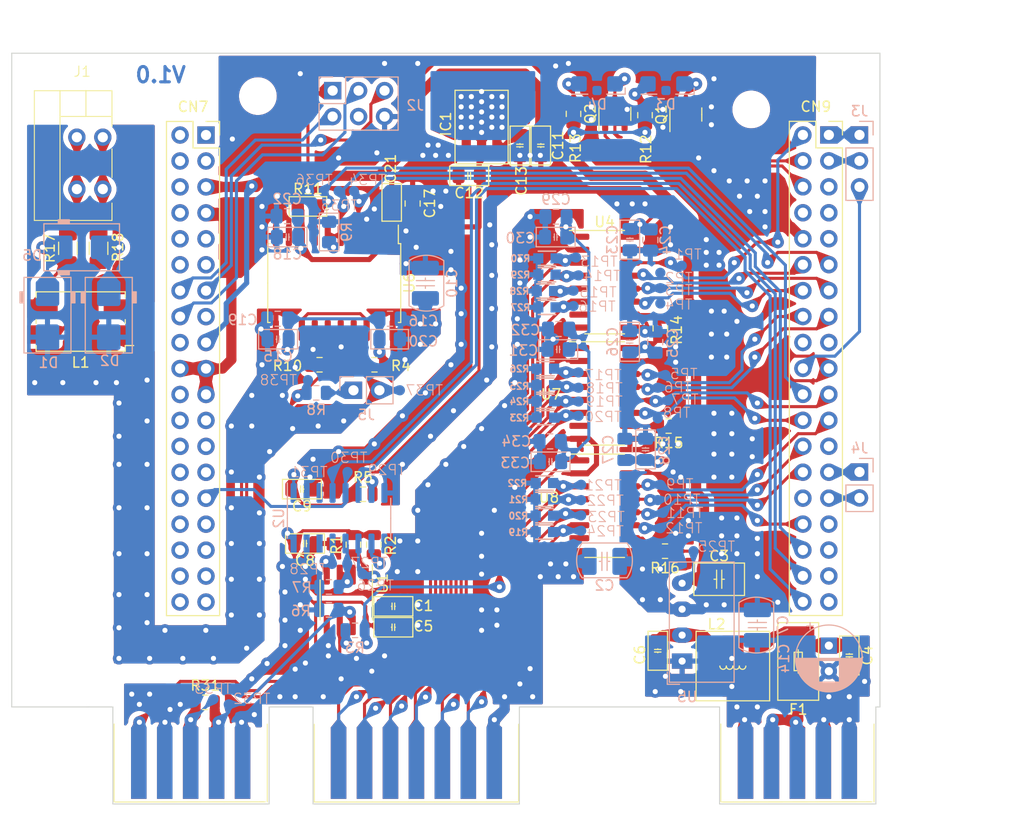
<source format=kicad_pcb>
(kicad_pcb (version 20240108) (generator "pcbnew") (generator_version "8.0")
  (layers (0 "F.Cu" signal) (31 "B.Cu" signal) (34 "B.Paste" user) (35 "F.Paste" user) (36 "B.SilkS" user "B.Silkscreen") (37 "F.SilkS" user "F.Silkscreen") (38 "B.Mask" user) (39 "F.Mask" user) (44 "Edge.Cuts" user))
  (net 0 "")
  (net 1 "/+3.3VRS485")
  (net 2 "GND1")
  (net 3 "GNDD")
  (net 4 "GNDA")
  (net 5 "+24V")
  (net 6 "Net-(RS2-Pin_2)")
  (net 7 "Net-(U1-RO)")
  (net 8 "Net-(RS1-Pin_3)")
  (net 9 "Net-(RS1-Pin_4)")
  (net 10 "Net-(U1-DE)")
  (net 11 "+5V")
  (net 12 "/RTS1")
  (net 13 "/RTS2")
  (net 14 "/RTS3")
  (net 15 "/RTS4")
  (net 16 "/RTS5")
  (net 17 "/RTS6")
  (net 18 "/RTS7")
  (net 19 "/RTS8")
  (net 20 "/RTS9")
  (net 21 "/RTS10")
  (net 22 "/RTS11")
  (net 23 "/RTS12")
  (net 24 "Net-(U1-DI)")
  (net 25 "Net-(U5-IN+)")
  (net 26 "Net-(U6-Visoin)")
  (net 27 "GND2")
  (net 28 "/NUCLEO-64F411/PC3")
  (net 29 "/NUCLEO-64F411/PC0")
  (net 30 "/NUCLEO-64F411/PC2")
  (net 31 "/NUCLEO-64F411/PC1")
  (net 32 "/NUCLEO-64F411/VBAT")
  (net 33 "/NUCLEO-64F411/PB0")
  (net 34 "/NUCLEO-64F411/PH1")
  (net 35 "/NUCLEO-64F411/PA4")
  (net 36 "/NUCLEO-64F411/PH0")
  (net 37 "/NUCLEO-64F411/SWDIO")
  (net 38 "/NUCLEO-64F411/PC15")
  (net 39 "/NUCLEO-64F411/PA0")
  (net 40 "/NUCLEO-64F411/PC14")
  (net 42 "/NUCLEO-64F411/PC13")
  (net 43 "/NUCLEO-64F411/VIN")
  (net 44 "/NUCLEO-64F411/PB7")
  (net 45 "/NUCLEO-64F411/SWCLK")
  (net 46 "/USART1_TX")
  (net 47 "/USART2_RTS")
  (net 48 "/RTS9_cont")
  (net 49 "/LED1")
  (net 50 "/NUCLEO-64F411/RESET")
  (net 52 "/NUCLEO-64F411/IOREF")
  (net 55 "/NUCLEO-64F411/BOOT0")
  (net 56 "/NUCLEO-64F411/VDD")
  (net 57 "/LED2")
  (net 58 "/NUCLEO-64F411/PC12")
  (net 59 "/NUCLEO-64F411/PD2")
  (net 60 "/NUCLEO-64F411/PC10")
  (net 61 "/NUCLEO-64F411/PC11")
  (net 62 "/USART1_RTS")
  (net 64 "/RTS1_cont")
  (net 66 "/RTS11_cont")
  (net 67 "/NUCLEO-64F411/PC4")
  (net 68 "/RTS2_cont")
  (net 69 "/NUCLEO-64F411/AGND")
  (net 70 "/NUCLEO-64F411/PB5")
  (net 71 "/NUCLEO-64F411/PA15")
  (net 72 "/RTS12_cont")
  (net 73 "/USART6_TX")
  (net 74 "/RTS3_cont")
  (net 75 "/NUCLEO-64F411/PB15")
  (net 76 "/RTS6_cont")
  (net 77 "/RTS5_cont")
  (net 78 "/RTS4_cont")
  (net 79 "/RTS10_cont")
  (net 80 "/USART6_RX")
  (net 81 "/NUCLEO-64F411/PB6")
  (net 83 "/RTS8_cont")
  (net 84 "/RTS7_cont")
  (net 85 "/USART1_RX")
  (net 86 "/USART2_TX")
  (net 87 "/USART2_RX")
  (net 88 "Net-(D1-K)")
  (net 90 "/NUCLEO-64F411/AVDD")
  (net 91 "/NUCLEO-64F411/U5V")
  (net 92 "Net-(D2-K)")
  (net 93 "/NUCLEO-64F411/PC5")
  (net 94 "Net-(D3-K)")
  (net 95 "/GPIO1")
  (net 96 "Net-(D3-A)")
  (net 97 "/UART6_DE")
  (net 98 "Net-(D4-K)")
  (net 99 "Net-(D4-A)")
  (net 101 "Net-(U7-VE2)")
  (net 102 "Net-(U8-VE2)")
  (net 103 "Net-(U4-VE2)")
  (net 107 "/GPIO2")
  (net 108 "Net-(J1-Pin_1)")
  (net 109 "Net-(J1-Pin_2)")
  (net 110 "Net-(J5-Pin_1)")
  (net 111 "Net-(J5-Pin_2)")
  (net 112 "Net-(U6-B)")
  (net 113 "Net-(U2-VE2)")
  (net 114 "Net-(U2-VE1)")
  (net 117 "+3V3")
  (net 118 "/NUCLEO-64F411/+3V3")
  (footprint "PCM_4ms_Resistor:R_0805_2012Metric" (layer "F.Cu") (at 125.45 84.1125 90)
    (property "Reference" "R2")
    (property "Value" "0805-4,7 кОм±5%-0,125 Вт")
  )
  (footprint "MountingHole:MountingHole_3.2mm_M3" (layer "F.Cu") (at 162.4 41.5)
    (property "Reference" "H5" (hide yes))
    (property "Value" "MountingHole")
  )
  (footprint "Connector:Edge_Conn_KLS1-603-10" (layer "F.Cu") (at 107.52 101.69)
    (property "Reference" "RS1" (hide yes))
    (property "Value" "SL-10 (L-KLS1-603C-10-S)")
  )
  (footprint "MountingHole:MountingHole_3.2mm_M3" (layer "F.Cu") (at 147.2 92.3)
    (property "Reference" "H3" (hide yes))
    (property "Value" "MountingHole")
  )
  (footprint "PCM_Capacitor_SMD_AKL:C_0805_2012Metric_Pad1.18x1.45mm_HandSolder" (layer "F.Cu") (at 118.4125 78.675 180)
    (property "Reference" "C9")
    (property "Value" "0,1uF 50V 0805")
  )
  (footprint "PCM_4ms_Resistor:R_0805_2012Metric" (layer "F.Cu") (at 124.3875 79.175)
    (property "Reference" "R5")
    (property "Value" "0805-4,7 кОм±5%-0,125 Вт")
  )
  (footprint "Package_TO_SOT_SMD:SOT-23" (layer "F.Cu") (at 156 42 90)
    (property "Reference" "Q1")
    (property "Value" "DTC114ECA (SOT-23)")
  )
  (footprint "PCM_4ms_Resistor:R_0805_2012Metric" (layer "F.Cu") (at 123.45 84.1125 90)
    (property "Reference" "R1")
    (property "Value" "0805-10 кОм±5%-0,125 Вт")
  )
  (footprint "PCM_Capacitor_SMD_AKL:C_0805_2012Metric_Pad1.18x1.45mm_HandSolder" (layer "F.Cu") (at 141.8 45.0375 -90)
    (property "Reference" "C11")
    (property "Value" "1uF 50V 0805")
  )
  (footprint "PCM_4ms_Resistor:R_0805_2012Metric" (layer "F.Cu") (at 108.948071 99.55 180)
    (property "Reference" "R31")
    (property "Value" "0805 -120 Ом±5%-0,125 Вт")
  )
  (footprint "PCM_4ms_Resistor:R_0805_2012Metric" (layer "F.Cu") (at 153.96 84.75 180)
    (property "Reference" "R16")
    (property "Value" "0805-100 Ом±5%-0,125 Вт")
  )
  (footprint "PCM_Capacitor_SMD_AKL:C_0805_2012Metric_Pad1.18x1.45mm_HandSolder" (layer "F.Cu") (at 134.7875 48 180)
    (property "Reference" "C12")
    (property "Value" "10uF 16V 0805")
  )
  (footprint "PCM_Inductor_SMD_Handsoldering_AKL:L_Bourns-SRN6028" (layer "F.Cu") (at 160.6 96 180)
    (property "Reference" "L2")
    (property "Value" "6,8uH 3,5A (ETQP3M6R8KVP)" (hide yes))
  )
  (footprint "PCM_Package_TO_SOT_SMD_AKL:SOT-89-3_BigPads" (layer "F.Cu") (at 136 43.23 90)
    (property "Reference" "IC1")
    (property "Value" "LD1117-3.3V-SOT223" (hide yes))
  )
  (footprint "PCM_Resistor_SMD_AKL:R_0805_2012Metric_Pad1.20x1.40mm_HandSolder" (layer "F.Cu") (at 119 51)
    (property "Reference" "R11")
    (property "Value" "0805-10 кОм±5%-0,125 Вт")
  )
  (footprint "Connector_PinSocket_2.54mm:PinSocket_2x19_P2.54mm_Vertical" (layer "F.Cu") (at 170 44)
    (property "Reference" "CN9")
    (property "Value" "DS1023-2x19S21")
  )
  (footprint "PCM_4ms_Resistor:R_0805_2012Metric" (layer "F.Cu") (at 152 42.0625 -90)
    (property "Reference" "R12")
    (property "Value" "0805-300 Ом±5%-0,125 Вт")
  )
  (footprint "MountingHole:MountingHole_3.2mm_M3" (layer "F.Cu") (at 114.1 40.2)
    (property "Reference" "H4" (hide yes))
    (property "Value" "MountingHole")
  )
  (footprint "PCM_4ms_Resistor:R_0805_2012Metric" (layer "F.Cu") (at 154.3125 72.5 180)
    (property "Reference" "R15")
    (property "Value" "0805-100 Ом±5%-0,125 Вт")
  )
  (footprint "PCM_Capacitor_SMD_AKL:C_0805_2012Metric_Pad1.18x1.45mm_HandSolder" (layer "F.Cu") (at 172 94.9625 -90)
    (property "Reference" "C4")
    (property "Value" "4,7uF 50V 0805")
  )
  (footprint "Package_TO_SOT_SMD:SOT-23" (layer "F.Cu") (at 149.05 41.9375 90)
    (property "Reference" "Q2")
    (property "Value" "DTC114ECA (SOT-23)")
  )
  (footprint "PCM_Capacitor_SMD_AKL:C_0805_2012Metric_Pad1.18x1.45mm_HandSolder" (layer "F.Cu") (at 153.25 94.5 -90)
    (property "Reference" "C6")
    (property "Value" "4,7uF 50V 0805")
  )
  (footprint "Package_SO:SOIC-16_3.9x9.9mm_P1.27mm" (layer "F.Cu") (at 148.0475 69.305)
    (property "Reference" "U7")
    (property "Value" "PAI140M30 (SOIC-16)")
  )
  (footprint "PCM_Capacitor_SMD_AKL:C_0805_2012Metric_Pad1.18x1.45mm_HandSolder" (layer "F.Cu") (at 118.7125 84 180)
    (property "Reference" "C8")
    (property "Value" "0,1uF 50V 0805")
  )
  (footprint "Package_SO:SOIC-16_3.9x9.9mm_P1.27mm" (layer "F.Cu") (at 148.0475 80.305)
    (property "Reference" "U8")
    (property "Value" "PAI140M30 (SOIC-16)")
  )
  (footprint "PCM_4ms_Resistor:R_0805_2012Metric" (layer "F.Cu") (at 145 41.9375 90)
    (property "Reference" "R13")
    (property "Value" "0805-300 Ом±5%-0,125 Вт")
  )
  (footprint "MountingHole:MountingHole_3.2mm_M3" (layer "F.Cu") (at 94 94)
    (property "Reference" "H1" (hide yes))
    (property "Value" "MountingHole")
  )
  (footprint "PCM_Capacitor_SMD_AKL:C_1210_3225Metric_Pad1.42x2.65mm_HandSolder" (layer "F.Cu") (at 159.2625 87.5)
    (property "Reference" "C3")
    (property "Value" "10uF 50V 1210 GRM32ER71H106K")
  )
  (footprint "PCM_4ms_Resistor:R_0805_2012Metric" (layer "F.Cu") (at 153.5 62.9375 90)
    (property "Reference" "R14")
    (property "Value" "0805-100 Ом±5%-0,125 Вт")
  )
  (footprint "PCM_4ms_Resistor:R_0805_2012Metric" (layer "F.Cu") (at 120.1375 66.5)
    (property "Reference" "R10")
    (property "Value" "0805-560 Ом±5%-0,125 Вт")
  )
  (footprint "Inductor_SMD:L_CommonMode_Delevan_4222" (layer "F.Cu") (at 96.75 62.27 180)
    (property "Reference" "L1")
    (property "Value" "B82790S0253N201")
  )
  (footprint "Package_SO:SOIC-20W_7.5x12.8mm_P1.27mm" (layer "F.Cu") (at 121.575 58.5 -90)
    (property "Reference" "U6")
    (property "Value" "ADM2587E (SOIC-20)")
  )
  (footprint "MountingHole:MountingHole_3.2mm_M3" (layer "F.Cu") (at 94 74)
    (property "Reference" "H2" (hide yes))
    (property "Value" "MountingHole" (hide yes))
  )
  (footprint "Capacitor_SMD:C_0805_2012Metric_Pad1.18x1.45mm_HandSolder" (layer "F.Cu") (at 129.25 50.7125 -90)
    (property "Reference" "C17")
    (property "Value" "0,1uF 50V 0805")
  )
  (footprint "PCM_4ms_Resistor:R_1206_3216Metric" (layer "F.Cu") (at 95.5 55.1 -90)
    (property "Reference" "R18")
    (property "Value" "1206-100 Ом±5%-0,25 Вт")
  )
  (footprint "PCM_4ms_Resistor:R_1206_3216Metric" (layer "F.Cu") (at 98.5 55.1 90)
    (property "Reference" "R17")
    (property "Value" "1206-100 Ом±5%-0,25 Вт")
  )
  (footprint "Connector_PinSocket_2.54mm:PinSocket_2x19_P2.54mm_Vertical" (layer "F.Cu") (at 109.02 44.01)
    (property "Reference" "CN7")
    (property "Value" "DS1023-2x19S21")
  )
  (footprint "PCM_Capacitor_SMD_AKL:C_0805_2012Metric_Pad1.18x1.45mm_HandSolder" (layer "F.Cu") (at 139.75 45.0375 -90)
    (property "Reference" "C13")
    (property "Value" "0,1uF 50V 0805")
  )
  (footprint "Connector:DG141R-02" (layer "F.Cu") (at 103.615 47.27 -90)
    (property "Reference" "J1")
    (property "Value" "DG141R-02 (RS485)")
  )
  (footprint "Package_SO:SOIC-8_3.9x4.9mm_P1.27mm" (layer "F.Cu") (at 122.75 89.525 -90)
    (property "Reference" "U1")
    (property "Value" "ADM3485EARZ-REEL (SOIC-8)")
  )
  (footprint "Connector:Edge_Conn_KLS1-603-10" (layer "F.Cu") (at 166.92 101.69)
    (property "Reference" "RS2" (hide yes))
    (property "Value" "SL-10 (L-KLS1-603C-10-S)")
  )
  (footprint "PCM_4ms_Resistor:R_0805_2012Metric" (layer "F.Cu") (at 125.5125 66.5 180)
    (property "Reference" "R4")
    (property "Value" "0805-560 Ом±5%-0,125 Вт")
  )
  (footprint "PCM_Capacitor_SMD_AKL:C_0805_2012Metric_Pad1.18x1.45mm_HandSolder" (layer "F.Cu") (at 127.3625 92.2 180)
    (property "Reference" "C5")
    (property "Value" "0,1uF 50V 0805")
  )
  (footprint "Package_SO:SOIC-16_3.9x9.9mm_P1.27mm" (layer "F.Cu") (at 148.0475 58.415)
    (property "Reference" "U4")
    (property "Value" "PAI140M30 (SOIC-16)")
  )
  (footprint "PCM_Resistor_SMD_AKL:R_0805_2012Metric_Pad1.20x1.40mm_HandSolder" (layer "F.Cu") (at 127.2 50.6 -90)
    (property "Reference" "C21")
    (property "Value" "10nF 50V 0805")
  )
  (footprint "PCM_Fuse_Handsoldering_AKL:Fuse_Littelfuse-NANO2-451_453" (layer "F.Cu") (at 167 95.545 90)
    (property "Reference" "F1")
    (property "Value" "0452.500MRL" (hide yes))
  )
  (footprint "Connector:Edge_Conn_KLS1-603-14" (layer "F.Cu") (at 129.62 96.61)
    (property "Reference" "RS3" (hide yes))
    (property "Value" "SL-14 (L-KLS1-603C-14-S) RTS" (hide yes))
  )
  (footprint "PCM_Capacitor_SMD_AKL:C_0805_2012Metric_Pad1.18x1.45mm_HandSolder" (layer "F.Cu") (at 127.3625 90.15 180)
    (property "Reference" "C1")
    (property "Value" "1uF 50V 0805")
  )
  (footprint "PCM_4ms_Resistor:R_0603" (layer "B.Cu") (at 142.25 70.08 180)
    (property "Reference" "R24")
    (property "Value" "0603-10 кОм±5%-0,062 Вт" (hide yes))
  )
  (footprint "PCM_4ms_TestPoint:TestPoint_D1" (layer "B.Cu") (at 124.375 77 180)
    (property "Reference" "TP29")
    (property "Value" "TestPoint")
  )
  (footprint "PCM_4ms_Resistor:R_0603" (layer "B.Cu") (at 142.25 71.68 180)
    (property "Reference" "R23")
    (property "Value" "0603-10 кОм±5%-0,062 Вт" (hide yes))
  )
  (footprint "PCM_4ms_TestPoint:TestPoint_D1" (layer "B.Cu") (at 145.25 56 180)
    (property "Reference" "TP13")
    (property "Value" "TestPoint")
  )
  (footprint "PCM_4ms_TestPoint:TestPoint_D1" (layer "B.Cu") (at 145.5 70.1 180)
    (property "Reference" "TP19")
    (property "Value" "TestPoint")
  )
  (footprint "PCM_4ms_TestPoint:TestPoint_D1" (layer "B.Cu") (at 109.75 99.25 90)
    (property "Reference" "TP33")
    (property "Value" "TestPoint")
  )
  (footprint "Capacitor_SMD:C_0805_2012Metric_Pad1.18x1.45mm_HandSolder" (layer "B.Cu") (at 153 64.2875 90)
    (property "Reference" "C25")
    (property "Value" "0,1uF 50V 0805")
  )
  (footprint "Capacitor_SMD:C_0805_2012Metric_Pad1.18x1.45mm_HandSolder" (layer "B.Cu") (at 127.0375 62 180)
    (property "Reference" "C16")
    (property "Value" "0,1uF 50V 0805")
  )
  (footprint "PCM_4ms_TestPoint:TestPoint_D1" (layer "B.Cu") (at 153.25 71.75 180)
    (property "Reference" "TP8")
    (property "Value" "TestPoint")
  )
  (footprint "PCM_Capacitor_SMD_Handsoldering_AKL:C_1210_3225Metric_Pad1.42x2.65mm" (layer "B.Cu") (at 148.035 85.75)
    (property "Reference" "C2")
    (property "Value" " 270 pf X7R 1206 2000v 202R18W271KW4E" (hide yes))
  )
  (footprint "PCM_4ms_Resistor:R_0603" (layer "B.Cu") (at 142.25 66.88 180)
    (property "Reference" "R26")
    (property "Value" "0603-10 кОм±5%-0,062 Вт" (hide yes))
  )
  (footprint "PCM_4ms_TestPoint:TestPoint_D1" (layer "B.Cu") (at 153.25 79.75 180)
    (property "Reference" "TP10")
    (property "Value" "TestPoint")
  )
  (footprint "LED_SMD:LED_Kingbright_KPA-3010_3x2x1mm" (layer "B.Cu") (at 147.3 38.5 180)
    (property "Reference" "D4")
    (property "Value" "KPA-3010CGCK")
  )
  (footprint "PCM_4ms_TestPoint:TestPoint_D1" (layer "B.Cu") (at 153.5 78.25 180)
    (property "Reference" "TP9")
    (property "Value" "TestPoint")
  )
  (footprint "PCM_Capacitor_SMD_AKL:C_0805_2012Metric_Pad1.18x1.45mm_HandSolder" (layer "B.Cu") (at 116.075 64)
    (property "Reference" "C15")
    (property "Value" "10uF 16V 0805")
  )
  (footprint "LED_SMD:LED_Kingbright_KPA-3010_3x2x1mm" (layer "B.Cu") (at 154.05 38.5 180)
    (property "Reference" "D3")
    (property "Value" "KPA-3010CGCK")
  )
  (footprint "PCM_Capacitor_SMD_Handsoldering_AKL:C_1210_3225Metric_Pad1.42x2.65mm" (layer "B.Cu") (at 163 91.9875 90)
    (property "Reference" "C7")
    (property "Value" " 270 pf X7R 1206 2000v 202R18W271KW4E" (hide yes))
  )
  (footprint "PCM_4ms_Resistor:R_0603" (layer "B.Cu") (at 142.4 56.08 180)
    (property "Reference" "R30")
    (property "Value" "0603-10 кОм±5%-0,062 Вт" (hide yes))
  )
  (footprint "PCM_Capacitor_SMD_AKL:C_0805_2012Metric_Pad1.18x1.45mm_HandSolder" (layer "B.Cu") (at 143.5 65)
    (property "Reference" "C31")
    (property "Value" "10uF 16V 0805")
  )
  (footprint "Capacitor_SMD:C_0805_2012Metric_Pad1.18x1.45mm_HandSolder" (layer "B.Cu") (at 142.7125 74 180)
    (property "Reference" "C34")
    (property "Value" "0,1uF 50V 0805")
  )
  (footprint "PCM_4ms_TestPoint:TestPoint_D1" (layer "B.Cu") (at 122 49.5 -90)
    (property "Reference" "TP35")
    (property "Value" "TestPoint")
  )
  (footprint "PCM_Capacitor_SMD_AKL:C_0805_2012Metric_Pad1.18x1.45mm_HandSolder" (layer "B.Cu") (at 152.0525 74.7875 -90)
    (property "Reference" "C28")
    (property "Value" "10uF 16V 0805")
  )
  (footprint "Connector_PinHeader_2.54mm:PinHeader_1x03_P2.54mm_Vertical" (layer "B.Cu") (at 173 44 180)
    (property "Reference" "J3")
    (property "Value" "DebugUSART (PinHeader_01x03_P2.54mm)")
  )
  (footprint "Capacitor_SMD:C_0805_2012Metric_Pad1.18x1.45mm_HandSolder" (layer "B.Cu") (at 150.0225 74.7875 90)
    (property "Reference" "C27")
    (property "Value" "0,1uF 50V 0805")
  )
  (footprint "PCM_4ms_TestPoint:TestPoint_D1" (layer "B.Cu") (at 119 68 90)
    (property "Reference" "TP38")
    (property "Value" "TestPoint")
  )
  (footprint "Capacitor_SMD:C_0805_2012Metric_Pad1.18x1.45mm_HandSolder" (layer "B.Cu") (at 116.9625 51.95 180)
    (property "Reference" "C22")
    (property "Value" "0,1uF 50V 0805")
  )
  (footprint "PCM_4ms_TestPoint:TestPoint_D1" (layer "B.Cu") (at 124.35 87 180)
    (property "Reference" "TP26")
    (property "Value" "TestPoint")
  )
  (footprint "PCM_4ms_TestPoint:TestPoint_D1" (layer "B.Cu") (at 121.375 77 180)
    (property "Reference" "TP31")
    (property "Value" "TestPoint")
  )
  (footprint "PCM_Diode_SMD_AKL:D_SMB" (layer "B.Cu") (at 93.5 61.65 -90)
    (property "Reference" "D1")
    (property "Value" "SMBJ5.0A" (hide yes))
  )
  (footprint "PCM_4ms_Resistor:R_0603" (layer "B.Cu") (at 142.4 57.68 180)
    (property "Reference" "R29")
    (property "Value" "0603-10 кОм±5%-0,062 Вт" (hide yes))
  )
  (footprint "PCM_4ms_TestPoint:TestPoint_D1" (layer "B.Cu") (at 153.5 82.5 180)
    (property "Reference" "TP12")
    (property "Value" "TestPoint")
  )
  (footprint "PCM_4ms_Resistor:R_0805_2012Metric" (layer "B.Cu") (at 121.0525 88.25)
    (property "Reference" "R7")
    (property "Value" "0805-10 кОм±5%-0,125 Вт")
  )
  (footprint "PCM_4ms_Resistor:R_0603" (layer "B.Cu") (at 142.15 82.88 180)
    (property "Reference" "R19")
    (property "Value" "0603-10 кОм±5%-0,062 Вт" (hide yes))
  )
  (footprint "PCM_Diode_SMD_AKL:D_SMB" (layer "B.Cu") (at 96.85 55)
    (property "Reference" "D5")
    (property "Value" "SMBJ10CA" (hide yes))
  )
  (footprint "PCM_Capacitor_SMD_Handsoldering_AKL:C_1210_3225Metric_Pad1.42x2.65mm" (layer "B.Cu") (at 130.5 58.5125 -90)
    (property "Reference" "C10")
    (property "Value" " 270 pf X7R 1206 2000v 202R18W271KW4E" (hide yes))
  )
  (footprint "PCM_4ms_Resistor:R_0603" (layer "B.Cu") (at 142.25 59.28 180)
    (property "Reference" "R28")
    (property "Value" "0603-10 кОм±5%-0,062 Вт" (hide yes))
  )
  (footprint "PCM_Capacitor_SMD_AKL:C_0805_2012Metric_Pad1.18x1.45mm_HandSolder" (layer "B.Cu") (at 117 54)
    (property "Reference" "C18")
    (property "Value" "10uF 16V 0805")
  )
  (footprint "PCM_4ms_TestPoint:TestPoint_D1" (layer "B.Cu") (at 145.5 67.25 180)
    (property "Reference" "TP17")
    (property "Value" "TestPoint")
  )
  (footprint "PCM_Capacitor_SMD_AKL:C_0805_2012Metric_Pad1.18x1.45mm_HandSolder" (layer "B.Cu") (at 143.25 54)
    (property "Reference" "C30")
    (property "Value" "10uF 16V 0805")
  )
  (footprint "PCM_4ms_Resistor:R_0603" (layer "B.Cu") (at 142.15 81.28 180)
    (property "Reference" "R20")
    (property "Value" "0603-10 кОм±5%-0,062 Вт" (hide yes))
  )
  (footprint "PCM_4ms_TestPoint:TestPoint_D1" (layer "B.Cu") (at 156.75 84.75 180)
    (property "Reference" "TP25")
    (property "Value" "TestPoint")
  )
  (footprint "PCM_4ms_TestPoint:TestPoint_D1" (layer "B.Cu") (at 145 59.25 180)
    (property "Reference" "TP15")
    (property "Value" "TestPoint")
  )
  (footprint "PCM_4ms_TestPoint:TestPoint_D1" (layer "B.Cu") (at 153.5 57.5 180)
    (property "Reference" "TP2")
    (property "Value" "TestPoint")
  )
  (footprint "Package_SO:SOIC-16_3.9x9.9mm_P1.27mm" (layer "B.Cu") (at 122.045 81.525 -90)
    (property "Reference" "U2")
    (property "Value" "PAI141M30 (SOIC-16)")
  )
  (footprint "PCM_4ms_TestPoint:TestPoint_D1" (layer "B.Cu") (at 154.25 70 180)
    (property "Reference" "TP7")
    (property "Value" "TestPoint")
  )
  (footprint "Converter_DCDC:Converter_DCDC_Murata_CRE1xxxxxxSC_THT" (layer "B.Cu") (at 155.6325 95.5125)
    (property "Reference" "U5")
    (property "Value" "SMU02N-05")
  )
  (footprint "PCM_4ms_TestPoint:TestPoint_D1" (layer "B.Cu") (at 153.25 68.75 180)
    (property "Reference" "TP6")
    (property "Value" "TestPoint")
  )
  (footprint "PCM_4ms_TestPoint:TestPoint_D1" (layer "B.Cu") (at 153.5 59 180)
    (property "Reference" "TP3")
    (property "Value" "TestPoint")
  )
  (footprint "Capacitor_SMD:C_0805_2012Metric_Pad1.18x1.45mm_HandSolder" (layer "B.Cu") (at 143.5375 63 180)
    (property "Reference" "C32")
    (property "Value" "0,1uF 50V 0805")
  )
  (footprint "PCM_4ms_Resistor:R_0603" (layer "B.Cu") (at 142.15 79.68 180)
    (property "Reference" "R21")
    (property "Value" "0603-10 кОм±5%-0,062 Вт" (hide yes))
  )
  (footprint "PCM_Capacitor_SMD_AKL:C_0805_2012Metric_Pad1.18x1.45mm_HandSolder" (layer "B.Cu") (at 150.5215 54.25 90)
    (property "Reference" "C23")
    (property "Value" "10uF 16V 0805")
  )
  (footprint "PCM_4ms_TestPoint:TestPoint_D1" (layer "B.Cu") (at 122.85 86 180)
    (property "Reference" "TP27")
    (property "Value" "TestPoint")
  )
  (footprint "PCM_4ms_TestPoint:TestPoint_D1" (layer "B.Cu") (at 153.5 60.5 180)
    (property "Reference" "TP4")
    (property "Value" "TestPoint")
  )
  (footprint "Connector_PinHeader_2.54mm:PinHeader_2x03_P2.54mm_Vertical" (layer "B.Cu") (at 121.42 39.66 -90)
    (property "Reference" "J2")
    (property "Value" "Prog (PinHeader_2x03_P2.54mm)" (hide yes))
  )
  (footprint "PCM_Diode_SMD_AKL:D_SMB" (layer "B.Cu") (at 99.5 61.65 -90)
    (property "Reference" "D2")
    (property "Value" "SMBJ5.0A" (hide yes))
  )
  (footprint "PCM_4ms_TestPoint:TestPoint_D1" (layer "B.Cu") (at 155.6 56.8 180)
    (property "Reference" "TP1")
    (property "Value" "TestPoint")
  )
  (footprint "PCM_4ms_TestPoint:TestPoint_D1" (layer "B.Cu") (at 145.75 82.75 180)
    (property "Reference" "TP24")
    (property "Value" "TestPoint")
  )
  (footprint "PCM_4ms_TestPoint:TestPoint_D1" (layer "B.Cu") (at 153.75 81 180)
    (property "Reference" "TP11")
    (property "Value" "TestPoint")
  )
  (footprint "PCM_Resistor_SMD_AKL:R_0805_2012Metric_Pad1.20x1.40mm_HandSolder" (layer "B.Cu") (at 127 64 180)
    (property "Reference" "C20")
    (property "Value" "10nF 50V 0805")
  )
  (footprint "PCM_4ms_TestPoint:TestPoint_D1" (layer "B.Cu") (at 145.75 81.25 180)
    (property "Reference" "TP23")
    (property "Value" "TestPoint")
  )
  (footprint "PCM_4ms_TestPoint:TestPoint_D1" (layer "B.Cu") (at 111.25 99.75 90)
    (property "Reference" "TP32")
    (property "Value" "TestPoint")
  )
  (footprint "Capacitor_SMD:C_0805_2012Metric_Pad1.18x1.45mm_HandSolder" (layer "B.Cu") (at 152.5225 54.2875 -90)
    (property "Reference" "C24")
    (property "Value" "0,1uF 50V 0805")
  )
  (footprint "PCM_4ms_TestPoint:TestPoint_D1" (layer "B.Cu") (at 145.5 68.75 180)
    (property "Reference" "TP18")
    (property "Value" "TestPoint")
  )
  (footprint "PCM_4ms_TestPoint:TestPoint_D1" (layer "B.Cu") (at 145 60.75 180)
    (property "Reference" "TP16")
    (property "Value" "TestPoint")
  )
  (footprint "PCM_Capacitor_SMD_AKL:C_0805_2012Metric_Pad1.18x1.45mm_HandSolder" (layer "B.Cu") (at 150.5 64.25 -90)
    (property "Reference" "C26")
    (property "Value" "10uF 16V 0805")
  )
  (footprint "PCM_4ms_Resistor:R_0805_2012Metric" (layer "B.Cu") (at 121.0525 90.5)
    (property "Reference" "R6")
    (property "Value" "0805-560 Ом±5%-0,125 Вт")
  )
  (footprint "Connector_PinHeader_2.54mm:PinHeader_1x02_P2.54mm_Vertical" (layer "B.Cu") (at 123.46 69 -90)
    (property "Reference" "J5")
    (property "Value" "DS1027-2B и PinHeader_2x01_P2.54mm")
  )
  (footprint "PCM_Resistor_SMD_AKL:R_0805_2012Metric_Pad1.20x1.40mm_HandSolder" (layer "B.Cu") (at 121.075 53.5 90)
    (property "Reference" "R9")
    (property "Value" "0805-10 кОм±5%-0,125 Вт")
  )
  (footprint "PCM_4ms_TestPoint:TestPoint_D1" (layer "B.Cu") (at 121.35 86 180)
    (property "Reference" "TP28")
    (property "Value" "TestPoint")
  )
  (footprint "PCM_4ms_TestPoint:TestPoint_D1" (layer "B.Cu") (at 145.5 71.5 180)
    (property "Reference" "TP20")
    (property "Value" "TestPoint")
  )
  (footprint "PCM_Capacitor_SMD_AKL:C_0805_2012Metric_Pad1.18x1.45mm_HandSolder" (layer "B.Cu") (at 142.75 76)
    (property "Reference" "C33")
    (property "Value" "10uF 16V 0805")
  )
  (footprint "PCM_4ms_Resistor:R_0805_2012Metric" (layer "B.Cu") (at 119.8125 69.25)
    (property "Reference" "R8")
    (property "Value" "0805 -120 Ом±5%-0,125 Вт")
  )
  (footprint "PCM_4ms_TestPoint:TestPoint_D1" (layer "B.Cu") (at 120.5 49.5 -90)
    (property "Reference" "TP36")
    (property "Value" "TestPoint")
  )
  (footprint "PCM_4ms_TestPoint:TestPoint_D1" (layer "B.Cu") (at 128 69 90)
    (property "Reference" "TP37")
    (property "Value" "TestPoint")
  )
  (footprint "PCM_4ms_TestPoint:TestPoint_D1" (layer "B.Cu") (at 145.5 57.75 180)
    (property "Reference" "TP14")
    (property "Value" "TestPoint")
  )
  (footprint "PCM_4ms_Resistor:R_0603" (layer "B.Cu") (at 142.25 68.5 180)
    (property "Reference" "R25")
    (property "Value" "0603-10 кОм±5%-0,062 Вт" (hide yes))
  )
  (footprint "Connector_PinHeader_2.54mm:PinHeader_1x02_P2.54mm_Vertical" (layer "B.Cu") (at 173 77 180)
    (property "Reference" "J4")
    (property "Value" "Debug GPIO (PinHeader_01x02_P2.54mm)")
  )
  (footprint "PCM_4ms_TestPoint:TestPoint_D1" (layer "B.Cu") (at 145.75 78.25 180)
    (property "Reference" "TP21")
    (property "Value" "TestPoint")
  )
  (footprint "PCM_4ms_TestPoint:TestPoint_D1" (layer "B.Cu") (at 123.5 49.5 -90)
    (property "Reference" "TP34")
    (property "Value" "TestPoint")
  )
  (footprint "PCM_4ms_Resistor:R_0603" (layer "B.Cu") (at 142.15 78.08 180)
    (property "Reference" "R22")
    (property "Value" "0603-10 кОм±5%-0,062 Вт" (hide yes))
  )
  (footprint "PCM_Capacitor_THT_AKL:CP_Radial_D6.3mm_P2.50mm" (layer "B.Cu") (at 170 94 -90)
    (property "Reference" "C14")
    (property "Value" "47uF 63V D10,5" (hide yes))
  )
  (footprint "Capacitor_SMD:C_0805_2012Metric_Pad1.18x1.45mm_HandSolder" (layer "B.Cu") (at 143.2875 52 180)
    (property "Reference" "C29")
    (property "Value" "0,1uF 50V 0805")
  )
  (footprint "PCM_4ms_TestPoint:TestPoint_D1" (layer "B.Cu") (at 145.75 79.75 180)
    (property "Reference" "TP22")
    (property "Value" "TestPoint")
  )
  (footprint "Capacitor_SMD:C_0805_2012Metric_Pad1.18x1.45mm_HandSolder" (layer "B.Cu") (at 116.0375 62)
    (property "Reference" "C19")
    (property "Value" "0,1uF 50V 0805")
  )
  (footprint "PCM_4ms_TestPoint:TestPoint_D1" (layer "B.Cu") (at 154 67.5 180)
    (property "Reference" "TP5")
    (property "Value" "TestPoint")
  )
  (footprint "PCM_4ms_TestPoint:TestPoint_D1" (layer "B.Cu") (at 122.875 77 180)
    (property "Reference" "TP30")
    (property "Value" "TestPoint")
  )
  (footprint "PCM_4ms_Resistor:R_0805_2012Metric" (layer "B.Cu") (at 123.615 92.5)
    (property "Reference" "R3")
    (property "Value" "0805-560 Ом±5%-0,125 Вт")
  )
  (footprint "PCM_4ms_Resistor:R_0603" (layer "B.Cu") (at 142.4 60.88 180)
    (property "Reference" "R27")
    (property "Value" "0603-10 кОм±5%-0,062 Вт" (hide yes))
  )
  (gr_line (start 175 100) (end 175 36) (stroke (width 0.1)) (layer "Edge.Cuts"))
  (gr_line (start 119.5 100) (end 119.5 109.5) (stroke (width 0.1)) (layer "Edge.Cuts"))
  (gr_line (start 90 100) (end 90 36) (stroke (width 0.1)) (layer "Edge.Cuts"))
  (gr_line (start 175 36) (end 90 36) (stroke (width 0.1)) (layer "Edge.Cuts"))
  (gr_line (start 97.5 100) (end 90 100) (stroke (width 0.1)) (layer "Edge.Cuts"))
  (gr_line (start 99.9 109.5) (end 115.2 109.5) (stroke (width 0.1)) (layer "Edge.Cuts"))
  (gr_line (start 115.2 100) (end 119.5 100) (stroke (width 0.1)) (layer "Edge.Cuts"))
  (gr_line (start 159.3 109.5) (end 174.6 109.5) (stroke (width 0.1)) (layer "Edge.Cuts"))
  (gr_line (start 97.5 100) (end 99.9 100) (stroke (width 0.1)) (layer "Edge.Cuts"))
  (gr_line (start 174.6 100) (end 175 100) (stroke (width 0.1)) (layer "Edge.Cuts"))
  (gr_line (start 139.7 109.5) (end 139.7 100) (stroke (width 0.1)) (layer "Edge.Cuts"))
  (gr_line (start 159.3 100) (end 159.3 109.5) (stroke (width 0.1)) (layer "Edge.Cuts"))
  (gr_line (start 139.7 100) (end 159.3 100) (stroke (width 0.1)) (layer "Edge.Cuts"))
  (gr_line (start 115.2 109.5) (end 115.2 100) (stroke (width 0.1)) (layer "Edge.Cuts"))
  (gr_line (start 174.6 109.5) (end 174.6 100) (stroke (width 0.1)) (layer "Edge.Cuts"))
  (gr_line (start 99.9 100) (end 99.9 109.5) (stroke (width 0.1)) (layer "Edge.Cuts"))
  (gr_line (start 119.5 109.5) (end 139.7 109.5) (stroke (width 0.1)) (layer "Edge.Cuts"))
  (gr_text "V1.0" (at 107.2 39 0) (layer "B.Cu") (effects (font (size 1.5 1.5) (thickness 0.3) (bold yes)) (justify left bottom mirror)))
  (segment (start 124.655 92) (end 124.655 90.155) (width 0.3) (layer "F.Cu") (net 1))
  (segment (start 137.75 88.25) (end 137.75 82.25) (width 0.3) (layer "F.Cu") (net 1))
  (segment (start 137.75 82.25) (end 144.14 75.86) (width 0.3) (layer "F.Cu") (net 1))
  (segment (start 119.75 96.75) (end 119 97.5) (width 0.3) (layer "F.Cu") (net 1))
  (segment (start 126.12 92) (end 126.27 92.15) (width 0.3) (layer "F.Cu") (net 1))
  (segment (start 112.8 98.4) (end 111.9 97.5) (width 0.3) (layer "F.Cu") (net 1))
  (segment (start 145.5725 64.86) (end 145.5725 64.3225) (width 0.3) (layer "F.Cu") (net 1))
  (segment (start 124.655 92) (end 126.12 92) (width 0.3) (layer "F.Cu") (net 1))
  (segment (start 119.5 89.75) (end 117.675 87.925) (width 0.3) (layer "F.Cu") (net 1))
  (segment (start 119.5 89.75) (end 119.75 90) (width 0.3) (layer "F.Cu") (net 1))
  (segment (start 126.27 90.15) (end 126.27 92.15) (width 0.3) (layer "F.Cu") (net 1))
  (segment (start 117 83) (end 117 83.325) (width 0.5) (layer "F.Cu") (net 1))
  (segment (start 117.675 87.925) (end 117.675 84) (width 0.3) (layer "F.Cu") (net 1))
  (segment (start 124.655 93.655) (end 124.75 93.75) (width 0.3) (layer "F.Cu") (net 1))
  (segment (start 102.44 105.5) (end 102.44 101.56) (width 1) (layer "F.Cu") (net 1))
  (segment (start 144.9625 75.25) (end 145.5725 75.86) (width 0.3) (layer "F.Cu") (net 1))
  (segment (start 144.14 75.86) (end 145.5725 75.86) (width 0.3) (layer "F.Cu") (net 1))
  (segment (start 119.75 90) (end 119.75 96.75) (width 0.3) (layer "F.Cu") (net 1))
  (segment (start 124.655 90.155) (end 124.25 89.75) (width 0.3) (layer "F.Cu") (net 1))
  (segment (start 144.5 75.25) (end 144.9625 75.25) (width 0.3) (layer "F.Cu") (net 1))
  (segment (start 102.44 101.56) (end 102.5 101.5) (width 1) (layer "F.Cu") (net 1))
  (segment (start 145.22 53.97) (end 145.5725 53.97) (width 0.3) (layer "F.Cu") (net 1))
  (segment (start 117.675 84) (end 117.675 83.575) (width 0.3) (layer "F.Cu") (net 1))
  (segment (start 114.1 98.4) (end 112.8 98.4) (width 0.3) (layer "F.Cu") (net 1))
  (segment (start 145.5725 64.3225) (end 145.5 64.25) (width 0.3) (layer "F.Cu") (net 1))
  (segment (start 124.25 89.75) (end 120.75 89.75) (width 0.3) (layer "F.Cu") (net 1))
  (segment (start 117 83.325) (end 117.675 84) (width 0.5) (layer "F.Cu") (net 1))
  (segment (start 118.5 82.75) (end 123.025 82.75) (width 0.3) (layer "F.Cu") (net 1))
  (segment (start 115 97.5) (end 114.1 98.4) (width 0.3) (layer "F.Cu") (net 1))
  (segment (start 120.75 89.75) (end 119.5 89.75) (width 0.3) (layer "F.Cu") (net 1))
  (segment (start 144.25 53) (end 145.22 53.97) (width 0.3) (layer "F.Cu") (net 1))
  (segment (start 123.025 82.75) (end 123.45 83.175) (width 0.3) (layer "F.Cu") (net 1))
  (segment (start 106.5 97.5) (end 102.5 101.5) (width 0.3) (layer "F.Cu") (net 1))
  (segment (start 119 97.5) (end 115 97.5) (width 0.3) (layer "F.Cu") (net 1))
  (segment (start 123.45 83.175) (end 125.45 83.175) (width 0.3) (layer "F.Cu") (net 1))
  (segment (start 124.655 92) (end 124.655 93.655) (width 0.3) (layer "F.Cu") (net 1))
  (segment (start 117.675 83.575) (end 118.5 82.75) (width 0.3) (layer "F.Cu") (net 1))
  (segment (start 111.9 97.5) (end 106.5 97.5) (width 0.3) (layer "F.Cu") (net 1))
  (via (at 137.75 88.25) (size 1.2) (drill 0.5) (layers "F.Cu" "B.Cu") (net 1))
  (via (at 145.5 64.25) (size 1.2) (drill 0.5) (layers "F.Cu" "B.Cu") (net 1))
  (via (at 117 83) (size 1.2) (drill 0.5) (layers "F.Cu" "B.Cu") (net 1))
  (via (at 102.5 101.5) (size 1.2) (drill 0.5) (layers "F.Cu" "B.Cu") (net 1))
  (via (at 144.5 75.25) (size 1.2) (drill 0.5) (layers "F.Cu" "B.Cu") (net 1))
  (via (at 144.25 53) (size 1.2) (drill 0.5) (layers "F.Cu" "B.Cu") (net 1))
  (via (at 124.75 93.75) (size 1.2) (drill 0.5) (layers "F.Cu" "B.Cu") (net 1))
  (segment (start 124.75 92.6975) (end 124.5525 92.5) (width 0.3) (layer "B.Cu") (net 1))
  (segment (start 144.575 63) (end 144.575 63.325) (width 0.3) (layer "B.Cu") (net 1))
  (segment (start 146.5 65.25) (end 145.5 64.25) (width 0.3) (layer "B.Cu") (net 1))
  (segment (start 146.5 55.5) (end 145 54) (width 0.3) (layer "B.Cu") (net 1))
  (segment (start 102.5 105.44) (end 102.44 105.5) (width 1) (layer "B.Cu") (net 1))
  (segment (start 124.5525 89.9475) (end 124.5525 92.5) (width 0.3) (layer "B.Cu") (net 1))
  (segment (start 144.25 51.825) (end 144.325 51.75) (width 0.3) (layer "B.Cu") (net 1))
  (segment (start 124.75 93.75) (end 124.75 92.6975) (width 0.3) (layer "B.Cu") (net 1))
  (segment (start 145.25 64.25) (end 144.5 65) (width 0.3) (layer "B.Cu") (net 1))
  (segment (start 143.75 74) (end 143.75 74.5) (width 0.3) (layer "B.Cu") (net 1))
  (segment (start 126.25 88.25) (end 124.5525 89.9475) (width 0.3) (layer "B.Cu") (net 1))
  (segment (start 137.75 88.25) (end 126.25 88.25) (width 0.3) (layer "B.Cu") (net 1))
  (segment (start 143.75 74.5) (end 144.5 75.25) (width 0.3) (layer "B.Cu") (net 1))
  (segment (start 144.575 63.325) (end 145.5 64.25) (width 0.3) (layer "B.Cu") (net 1))
  (segment (start 144.5 75.25) (end 145 75.25) (width 0.3) (layer "B.Cu") (net 1))
  (segment (start 145.5 64.25) (end 146.5 63.25) (width 0.3) (layer "B.Cu") (net 1))
  (segment (start 117.6 83.6) (end 117 83) (width 0.5) (layer "B.Cu") (net 1))
  (segment (start 146.5 73.75) (end 146.5 65.25) (width 0.3) (layer "B.Cu") (net 1))
  (segment (start 144.25 54) (end 144.25 53) (width 0.3) (layer "B.Cu") (net 1))
  (segment (start 102.5 101.5) (end 102.5 105.44) (width 1) (layer "B.Cu") (net 1))
  (segment (start 144.25 53) (end 144.25 51.825) (width 0.3) (layer "B.Cu") (net 1))
  (segment (start 143.75 76) (end 144.5 75.25) (width 0.3) (layer "B.Cu") (net 1))
  (segment (start 145 75.25) (end 146.5 73.75) (width 0.3) (layer "B.Cu") (net 1))
  (segment (start 146.5 63.25) (end 146.5 55.5) (width 0.3) (layer "B.Cu") (net 1))
  (segment (start 145 54) (end 144.25 54) (width 0.3) (layer "B.Cu") (net 1))
  (segment (start 117.6 84) (end 117.6 83.6) (width 0.5) (layer "B.Cu") (net 1))
  (segment (start 145.5 64.25) (end 145.25 64.25) (width 0.3) (layer "B.Cu") (net 1))
  (segment (start 143 64.75) (end 143 64) (width 0.3) (layer "F.Cu") (net 2))
  (segment (start 145.5725 66.13) (end 144.38 66.13) (width 0.3) (layer "F.Cu") (net 2))
  (segment (start 139.5 97.75) (end 138.25 99) (width 1) (layer "F.Cu") (net 2))
  (segment (start 119.75 84.25) (end 119.75 84) (width 1) (layer "F.Cu") (net 2))
  (segment (start 145.5725 62.86) (end 144.14 62.86) (width 0.3) (layer "F.Cu") (net 2))
  (segment (start 104.98 101.52) (end 105 101.5) (width 1) (layer "F.Cu") (net 2))
  (segment (start 145.5725 55.24) (end 144.54 55.24) (width 0.5) (layer "F.Cu") (net 2))
  (segment (start 112.6 101.6) (end 112.5 101.5) (width 1) (layer "F.Cu") (net 2))
  (segment (start 118.75 86.25) (end 118.75 85.25) (width 1) (layer "F.Cu") (net 2))
  (segment (start 104.98 105.5) (end 104.98 101.52) (width 1) (layer "F.Cu") (net 2))
  (segment (start 137.14 105.5) (end 137.14 101.36) (width 1) (layer "F.Cu") (net 2))
  (segment (start 138.25 99) (end 138.25 100.25) (width 1) (layer "F.Cu") (net 2))
  (segment (start 146.37 77.13) (end 147.25 76.25) (width 0.5) (layer "F.Cu") (net 2))
  (segment (start 147.25 74.46375) (end 146.53625 73.75) (width 0.5) (layer "F.Cu") (net 2))
  (segment (start 138.25 100.25) (end 137.25 101.25) (width 1) (layer "F.Cu") (net 2))
  (segment (start 144.14 62.86) (end 143 64) (width 0.3) (layer "F.Cu") (net 2))
  (segment (start 147.25 76.25) (end 147.25 74.46375) (width 0.5) (layer "F.Cu") (net 2))
  (segment (start 146.53625 73.75) (end 145.5725 73.75) (width 0.5) (layer "F.Cu") (net 2))
  (segment (start 143.3 54) (end 140.75 54) (width 0.5) (layer "F.Cu") (net 2))
  (segment (start 112.6 105.5) (end 112.6 101.6) (width 1) (layer "F.Cu") (net 2))
  (segment (start 139.75 97.75) (end 139.5 97.75) (width 1) (layer "F.Cu") (net 2))
  (segment (start 144.38 66.13) (end 143 64.75) (width 0.3) (layer "F.Cu") (net 2))
  (segment (start 145.5725 77.13) (end 146.37 77.13) (width 0.5) (layer "F.Cu") (net 2))
  (segment (start 118.75 85.25) (end 119.75 84.25) (width 1) (layer "F.Cu") (net 2))
  (segment (start 144.54 55.24) (end 143.3 54) (width 0.5) (layer "F.Cu") (net 2))
  (segment (start 137.14 101.36) (end 137.25 101.25) (width 1) (layer "F.Cu") (net 2))
  (via (at 139.25 68.25) (size 1.2) (drill 0.5) (layers "F.Cu" "B.Cu") (net 2))
  (via (at 127.75 86.75) (size 1.2) (drill 0.5) (layers "F.Cu" "B.Cu") (net 2))
  (via (at 137.25 101.25) (size 1.2) (drill 0.5) (layers "F.Cu" "B.Cu") (net 2))
  (via (at 116.25 99) (size 1.2) (drill 0.5) (layers "F.Cu" "B.Cu") (net 2))
  (via (at 139.25 78.5) (size 1.2) (drill 0.5) (layers "F.Cu" "B.Cu") (net 2))
  (via (at 145 87.25) (size 1.2) (drill 0.5) (layers "F.Cu" "B.Cu") (net 2))
  (via (at 136 90.5) (size 1.2) (drill 0.5) (layers "F.Cu" "B.Cu") (net 2))
  (via (at 129.75 80.75) (size 1.2) (drill 0.5) (layers "F.Cu" "B.Cu") (net 2))
  (via (at 137.5 92) (size 1.2) (drill 0.5) (layers "F.Cu" "B.Cu") (net 2))
  (via (at 106.5 99.75) (size 1.2) (drill 0.5) (layers "F.Cu" "B.Cu") (net 2))
  (via (at 144.25 86) (size 1.2) (drill 0.5) (layers "F.Cu" "B.Cu") (net 2))
  (via (at 139.5 62) (size 1.2) (drill 0.5) (layers "F.Cu" "B.Cu") (net 2))
  (via (at 122.25 97.25) (size 1.2) (drill 0.5) (layers "F.Cu" "B.Cu") (net 2))
  (via (at 137.25 80.75) (size 1.2) (drill 0.5) (layers "F.Cu" "B.Cu") (net 2))
  (via (at 129.75 90) (size 1.2) (drill 0.5) (layers "F.Cu" "B.Cu") (net 2))
  (via (at 128 83.75) (size 1.2) (drill 0.5) (layers "F.Cu" "B.Cu") (net 2))
  (via (at 140.75 52) (size 1.2) (drill 0.5) (layers "F.Cu" "B.Cu") (net 2))
  (via (at 140.75 96.25) (size 1.2) (drill 0.5) (layers "F.Cu" "B.Cu") (net 2))
  (via (at 118.75 86.25) (size 1.2) (drill 0.5) (layers "F.Cu" "B.Cu") (net 2))
  (via (at 126.5 95) (size 1.2) (drill 0.5) (layers "F.Cu" "B.Cu") (net 2))
  (via (at 129.75 86.75) (size 1.2) (drill 0.5) (layers "F.Cu" "B.Cu") (net 2))
  (via (at 143 64) (size 1.2) (drill 0.5) (layers "F.Cu" "B.Cu") (net 2))
  (via (at 125.25 96.5) (size 1.2) (drill 0.5) (layers "F.Cu" "B.Cu") (net 2))
  (via (at 134.25 74.5) (size 1.2) (drill 0.5) (layers "F.Cu" "B.Cu") (net 2))
  (via (at 116.75 88.75) (size 1.2) (drill 0.5) (layers "F.Cu" "B.Cu") (net 2))
  (via (at 116.75 91.5) (size 1.2) (drill 0.5) (layers "F.Cu" "B.Cu") (net 2))
  (via (at 115 95.75) (size 1.2) (drill 0.5) (layers "F.Cu" "B.Cu") (net 2))
  (via (at 143.5 87.25) (size 1.2) (drill 0.5) (layers "F.Cu" "B.Cu") (net 2))
  (via (at 138.25 99) (size 1.2) (drill 0.5) (layers "F.Cu" "B.Cu") (net 2))
  (via (at 120.5 99) (size 1.2) (drill 0.5) (layers "F.Cu" "B.Cu") (net 2))
  (via (at 136 83) (size 1.2) (drill 0.5) (layers "F.Cu" "B.Cu") (net 2))
  (via (at 141.75 87.25) (size 1.2) (drill 0.5) (layers "F.Cu" "B.Cu") (net 2))
  (via (at 139.75 58.5) (size 1.2) (drill 0.5) (layers "F.Cu" "B.Cu") (net 2))
  (via (at 140.75 54) (size 1.2) (drill 0.5) (layers "F.Cu" "B.Cu") (net 2))
  (via (at 123.75 95.25) (size 1.2) (drill 0.5) (layers "F.Cu" "B.Cu") (net 2))
  (via (at 136 85.25) (size 1.2) (drill 0.5) (layers "F.Cu" "B.Cu") (net 2))
  (via (at 118.75 87.5) (size 1.2) (drill 0.5) (layers "F.Cu" "B.Cu") (net 2))
  (via (at 121 95) (size 1.2) (drill 0.5) (layers "F.Cu" "B.Cu") (net 2))
  (via (at 105 101.5) (size 1.2) (drill 0.5) (layers "F.Cu" "B.Cu") (net 2))
  (via (at 118.75 95.703602) (size 1.2) (drill 0.5) (layers "F.Cu" "B.Cu") (net 2))
  (via (at 105.5 100.25) (size 1.2) (drill 0.5) (layers "F.Cu" "B.Cu") (net 2))
  (via (at 103.5 98.75) (size 1.2) (drill 0.5) (layers "F.Cu" "B.Cu") (net 2))
  (via (at 136 87) (size 1.2) (drill 0.5) (layers "F.Cu" "B.Cu") (net 2))
  (via (at 141 99) (size 1.2) (drill 0.5) (layers "F.Cu" "B.Cu") (net 2))
  (via (at 139.5 64.5) (size 1.2) (drill 0.5) (layers "F.Cu" "B.Cu") (net 2))
  (via (at 118.25 90) (size 1.2) (drill 0.5) (layers "F.Cu" "B.Cu") (net 2))
  (via (at 112.5 101.5) (size 1.2) (drill 0.5) (layers "F.Cu" "B.Cu") (net 2))
  (via (at 132.5 76.25) (size 1.2) (drill 0.5) (layers "F.Cu" "B.Cu") (net 2))
  (via (at 116.75 94) (size 1.2) (drill 0.5) (layers "F.Cu" "B.Cu") (net 2))
  (via (at 101.75 98.75) (size 1.2) (drill 0.5) (layers "F.Cu" "B.Cu") (net 2))
  (via (at 129.75 92) (size 1.2) (drill 0.5) (layers "F.Cu" "B.Cu") (net 2))
  (via (at 139.75 97.75) (size 1.2) (drill 0.5) (layers "F.Cu" "B.Cu") (net 2))
  (via (at 113.5 97.25) (size 1.2) (drill 0.5) (layers "F.Cu" "B.Cu") (net 2))
  (via (at 136 72.75) (size 1.2) (drill 0.5) (layers "F.Cu" "B.Cu") (net 2))
  (via (at 142.75 86) (size 1.2) (drill 0.5) (layers "F.Cu" "B.Cu") (net 2))
  (via (at 130.75 78.25) (size 1.2) (drill 0.5) (layers "F.Cu" "B.Cu") (net 2))
  (via (at 137.5 90.5) (size 1.2) (drill 0.5) (layers "F.Cu" "B.Cu") (net 2))
  (via (at 116.5 86.25) (size 1.2) (drill 0.5) (layers "F.Cu" "B.Cu") (net 2))
  (via (at 121 94) (size 1.2) (drill 0.5) (layers "F.Cu" "B.Cu") (net 2))
  (via (at 118.25 92.5) (size 1.2) (drill 0.5) (layers "F.Cu" "B.Cu") (net 2))
  (via (at 113.75 100.75) (size 1.2) (drill 0.5) (layers "F.Cu" "B.Cu") (net 2))
  (via (at 129.75 83.75) (size 1.2) (drill 0.5) (layers "F.Cu" "B.Cu") (net 2))
  (via (at 138.25 70.5) (size 1.2) (drill 0.5) (layers "F.Cu" "B.Cu") (net 2))
  (via (at 102.5 99.75) (size 1.2) (drill 0.5) (layers "F.Cu" "B.Cu") (net 2))
  (via (at 136 92.5) (size 1.2) (drill 0.5) (layers "F.Cu" "B.Cu") (net 2))
  (via (at 117.75 96.3005) (size 1.2) (drill 0.5) (layers "F.Cu" "B.Cu") (net 2))
  (via (at 117.75 99) (size 1.2) (drill 0.5) (layers "F.Cu" "B.Cu") (net 2))
  (via (at 139.75 56.25) (size 1.2) (drill 0.5) (layers "F.Cu" "B.Cu") (net 2))
  (segment (start 143 64.4625) (end 142.4625 65) (width 0.3) (layer "B.Cu") (net 2))
  (segment (start 146.5475 85.75) (end 144.5 85.75) (width 1) (layer "B.Cu") (net 2))
  (segment (start 137.25 74) (end 136 72.75) (width 0.5) (layer "B.Cu") (net 2))
  (segment (start 141.675 74) (end 137.25 74) (width 0.5) (layer "B.Cu") (net 2))
  (segment (start 137.14 101.36) (end 137.25 101.25) (width 1) (layer "B.Cu") (net 2))
  (segment (start 118.87 84) (end 118.87 86.13) (width 0.5) (layer "B.Cu") (net 2))
  (segment (start 105 105.48) (end 104.98 105.5) (width 1) (layer "B.Cu") (net 2))
  (segment (start 142.25 53.9625) (end 142.2125 54) (width 0.5) (layer "B.Cu") (net 2))
  (segment (start 141.7125 76) (end 140.2 76) (width 0.5) (layer "B.Cu") (net 2))
  (segment (start 142.5 63) (end 140.5 63) (width 0.5) (layer "B.Cu") (net 2))
  (segment (start 142.4625 65) (end 140 65) (width 0.5) (layer "B.Cu") (net 2))
  (segment (start 142.2125 54) (end 140.75 54) (width 0.5) (layer "B.Cu") (net 2))
  (segment (start 140 65) (end 139.5 64.5) (width 0.5) (layer "B.Cu") (net 2))
  (segment (start 142.25 52) (end 140.75 52) (width 0.5) (layer "B.Cu") (net 2))
  (segment (start 112.5 105.4) (end 112.6 105.5) (width 1) (layer "B.Cu") (net 2))
  (segment (start 118.87 86.13) (end 118.75 86.25) (width 0.5) (layer "B.Cu") (net 2))
  (segment (start 140.2 76) (end 139.25 76.95) (width 0.5) (layer "B.Cu") (net 2))
  (segment (start 137.14 105.5) (end 137.14 101.36) (width 1) (layer "B.Cu") (net 2))
  (segment (start 141.7125 76) (end 141.7125 74.0375) (width 0.5) (layer "B.Cu") (net 2))
  (segment (start 105 101.5) (end 105 105.48) (width 1) (layer "B.Cu") (net 2))
  (segment (start 144.5 85.75) (end 144.25 86) (width 1) (layer "B.Cu") (net 2))
  (segment (start 139.25 76.95) (end 139.25 78.5) (width 0.5) (layer "B.Cu") (net 2))
  (segment (start 143 64) (end 143 64.4625) (width 0.3) (layer "B.Cu") (net 2))
  (segment (start 112.5 101.5) (end 112.5 105.4) (width 1) (layer "B.Cu") (net 2))
  (segment (start 137.25 101.25) (end 138.25 100.25) (width 1) (layer "B.Cu") (net 2))
  (segment (start 140.5 63) (end 139.5 62) (width 0.5) (layer "B.Cu") (net 2))
  (segment (start 141.7125 74.0375) (end 141.675 74) (width 0.5) (layer "B.Cu") (net 2))
  (segment (start 138.25 99) (end 141 99) (width 1) (layer "B.Cu") (net 2))
  (segment (start 138.25 100.25) (end 138.25 99) (width 1) (layer "B.Cu") (net 2))
  (segment (start 142.25 52) (end 142.25 53.9625) (width 0.5) (layer "B.Cu") (net 2))
  (segment (start 150.5225 84.75) (end 150.5225 86.4775) (width 0.5) (layer "F.Cu") (net 3))
  (segment (start 109.02 69.41) (end 109.02 66.87) (width 1) (layer "F.Cu") (net 3))
  (segment (start 168.8 65.66) (end 165.84 65.66) (width 0.3) (layer "F.Cu") (net 3))
  (segment (start 119.45 78.05) (end 119.2 78.3) (width 1) (layer "F.Cu") (net 3))
  (segment (start 109.02 66.87) (end 110.63 66.87) (width 1) (layer "F.Cu") (net 3))
  (segment (start 110.13 51.63) (end 109.02 51.63) (width 1) (layer "F.Cu") (net 3))
  (segment (start 130.5 69) (end 133 66.5) (width 1) (layer "F.Cu") (net 3))
  (segment (start 170 66.86) (end 168.8 65.66) (width 0.3) (layer "F.Cu") (net 3))
  (segment (start 154.75 77) (end 154.62 77.13) (width 0.3) (layer "F.Cu") (net 3))
  (segment (start 150.5 86.5) (end 151.75 86.5) (width 0.5) (layer "F.Cu") (net 3))
  (segment (start 125.5 49.7) (end 125.6 49.6) (width 0.5) (layer "F.Cu") (net 3))
  (segment (start 127.2 49.6) (end 128.2 49.6) (width 0.5) (layer "F.Cu") (net 3))
  (segment (start 167.46 54.16) (end 166.3 53) (width 1) (layer "F.Cu") (net 3))
  (segment (start 122 75.5) (end 122 75) (width 1) (layer "F.Cu") (net 3))
  (segment (start 164.56 68.06) (end 164.5 68) (width 0.3) (layer "F.Cu") (net 3))
  (segment (start 120 77.5) (end 122 75.5) (width 1) (layer "F.Cu") (net 3))
  (segment (start 125.6 49.6) (end 127.2 49.6) (width 0.5) (layer "F.Cu") (net 3))
  (segment (start 154.62 77.13) (end 150.5225 77.13) (width 0.3) (layer "F.Cu") (net 3))
  (segment (start 134 65.5) (end 134 64.5) (width 1) (layer "F.Cu") (net 3))
  (segment (start 125.5 74.25) (end 128.25 71.5) (width 1) (layer "F.Cu") (net 3))
  (segment (start 134 59) (end 134 56.75) (width 1) (layer "F.Cu") (net 3))
  (segment (start 110.63 66.87) (end 111.5 66) (width 1) (layer "F.Cu") (net 3))
  (segment (start 170 66.86) (end 168.8 68.06) (width 0.3) (layer "F.Cu") (net 3))
  (segment (start 150.5225 86.4775) (end 150.5 86.5) (width 0.5) (layer "F.Cu") (net 3))
  (segment (start 134 64.5) (end 134 61.5) (width 1) (layer "F.Cu") (net 3))
  (segment (start 133.37 45.38) (end 132.75 46) (width 0.5) (layer "F.Cu") (net 3))
  (segment (start 165.84 65.66) (end 165 66.5) (width 0.3) (layer "F.Cu") (net 3))
  (segment (start 134.5 45.38) (end 133.37 45.38) (width 0.5) (layer "F.Cu") (net 3))
  (segment (start 111.5 53) (end 110.13 51.63) (width 1) (layer "F.Cu") (net 3))
  (segment (start 133 66.5) (end 134 65.5) (width 1) (layer "F.Cu") (net 3))
  (segment (start 130.5 69.25) (end 128.25 71.5) (width 1) (layer "F.Cu") (net 3))
  (segment (start 106.48 66.87) (end 109.02 66.87) (width 1) (layer "F.Cu") (net 3))
  (segment (start 125.5 51.25) (end 125.5 49.7) (width 0.5) (layer "F.Cu") (net 3))
  (segment (start 134 61.5) (end 134 59) (width 1) (layer "F.Cu") (net 3))
  (segment (start 119.2 78.3) (end 119.2 77.5) (width 1) (layer "F.Cu") (net 3))
  (segment (start 166.3 53) (end 163.75 53) (width 1) (layer "F.Cu") (net 3))
  (segment (start 168.8 68.06) (end 164.56 68.06) (width 0.3) (layer "F.Cu") (net 3))
  (segment (start 122 75) (end 124.75 75) (width 1) (layer "F.Cu") (net 3))
  (segment (start 111.5 66) (end 111.5 53) (width 1) (layer "F.Cu") (net 3))
  (segment (start 124.75 75) (end 125.5 74.25) (width 1) (layer "F.Cu") (net 3))
  (segment (start 119.2 77.5) (end 120 77.5) (width 1) (layer "F.Cu") (net 3))
  (segment (start 119.45 78.675) (end 119.45 78.05) (width 1) (layer "F.Cu") (net 3))
  (via (at 133 57.2) (size 1.2) (drill 0.5) (layers "F.Cu" "B.Cu") (net 3))
  (via (at 161 83.25) (size 1.2) (drill 0.5) (layers "F.Cu" "B.Cu") (net 3))
  (via (at 158.75 47.5) (size 1.2) (drill 0.5) (layers "F.Cu" "B.Cu") (net 3))
  (via (at 160 63.5) (size 1.2) (drill 0.5) (layers "F.Cu" "B.Cu") (net 3))
  (via (at 163.75 53) (size 1.2) (drill 0.5) (layers "F.Cu" "B.Cu") (net 3))
  (via (at 149.25 50.75) (size 1.2) (drill 0.5) (layers "F.Cu" "B.Cu") (net 3))
  (via (at 158.75 75.25) (size 1.2) (drill 0.5) (layers "F.Cu" "B.Cu") (net 3))
  (via (at 159.25 55.5) (size 1.2) (drill 0.5) (layers "F.Cu" "B.Cu") (net 3))
  (via (at 159.5 81.5) (size 1.2) (drill 0.5) (layers "F.Cu" "B.Cu") (net 3))
  (via (at 114.5 53) (size 1.2) (drill 0.5) (layers "F.Cu" "B.Cu") (net 3))
  (via (at 116 50) (size 1.2) (drill 0.5) (layers "F.Cu" "B.Cu") (net 3))
  (via (at 159.5 83.25) (size 1.2) (drill 0.5) (layers "F.Cu" "B.Cu") (net 3))
  (via (at 161 85) (size 1.2) (drill 0.5) (layers "F.Cu" "B.Cu") (net 3))
  (via (at 118.25 38) (size 1.2) (drill 0.5) (layers "F.Cu" "B.Cu") (net 3))
  (via (at 158.5 65.75) (size 1.2) (drill 0.5) (layers "F.Cu" "B.Cu") (net 3))
  (via (at 158 90) (size 1.2) (drill 0.5) (layers "F.Cu" "B.Cu") (net 3))
  (via (at 158.5 41.25) (size 1.2) (drill 0.5) (layers "F.Cu" "B.Cu") (net 3))
  (via (at 154.5 54.75) (size 1.2) (drill 0.5) (layers "F.Cu" "B.Cu") (net 3))
  (via (at 151.75 89.5) (size 1.2) (drill 0.5) (layers "F.Cu" "B.Cu") (net 3))
  (via (at 155 66.25) (size 1.2) (drill 0.5) (layers "F.Cu" "B.Cu") (net 3))
  (via (at 153.75 74.25) (size 1.2) (drill 0.5) (layers "F.Cu" "B.Cu") (net 3))
  (via (at 153.75 43.25) (size 1.2) (drill 0.5) (layers "F.Cu" "B.Cu") (net 3))
  (via (at 162.5 75.5) (size 1.2) (drill 0.5) (layers "F.Cu" "B.Cu") (net 3))
  (via (at 131.5 46) (size 1.2) (drill 0.5) (layers "F.Cu" "B.Cu") (net 3))
  (via (at 159.5 85) (size 1.2) (drill 0.5) (layers "F.Cu" "B.Cu") (net 3))
  (via (at 114.5 55.25) (size 1.2) (drill 0.5) (layers "F.Cu" "B.Cu") (net 3))
  (via (at 163 83.5) (size 1.2) (drill 0.5) (layers "F.Cu" "B.Cu") (net 3))
  (via (at 125.5 51.25) (size 1.2) (drill 0.5) (layers "F.Cu" "B.Cu") (net 3))
  (via (at 162 48.5) (size 1.2) (drill 0.5) (layers "F.Cu" "B.Cu") (net 3))
  (via (at 163 87.25) (size 1.2) (drill 0.5) (layers "F.Cu" "B.Cu") (net 3))
  (via (at 155 64.75) (size 1.2) (drill 0.5) (layers "F.Cu" "B.Cu") (net 3))
  (via (at 136.5 68) (size 1.2) (drill 0.5) (layers "F.Cu" "B.Cu") (net 3))
  (via (at 125.5 74.25) (size 1.2) (drill 0.5) (layers "F.Cu" "B.Cu") (net 3))
  (via (at 133 55.4) (size 1.2) (drill 0.5) (layers "F.Cu" "B.Cu") (net 3))
  (via (at 161 81.5) (size 1.2) (drill 0.5) (layers "F.Cu" "B.Cu") (net 3))
  (via (at 161.25 50) (size 1.2) (drill 0.5) (layers "F.Cu" "B.Cu") (net 3))
  (via (at 133.25 71) (size 1.2) (drill 0.5) (layers "F.Cu" "B.Cu") (net 3))
  (via (at 130.5 69.25) (size 1.2) (drill 0.5) (layers "F.Cu" "B.Cu") (net 3))
  (via (at 158.75 77.5) (size 1.2) (drill 0.5) (layers "F.Cu" "B.Cu") (net 3))
  (via (at 160.5 73.25) (size 1.2) (drill 0.5) (layers "F.Cu" "B.Cu") (net 3))
  (via (at 125.75 45.75) (size 1.2) (drill 0.5) (layers "F.Cu" "B.Cu") (net 3))
  (via (at 137 61) (size 1.2) (drill 0.5) (layers "F.Cu" "B.Cu") (net 3))
  (via (at 158 56.75) (size 1.2) (drill 0.5) (layers "F.Cu" "B.Cu") (net 3))
  (via (at 130.25 46) (size 1.2) (drill 0.5) (layers "F.Cu" "B.Cu") (net 3))
  (via (at 152 63.25) (size 1.2) (drill 0.5) (layers "F.Cu" "B.Cu") (net 3))
  (via (at 158.5 61.25) (size 1.2) (drill 0.5) (layers "F.Cu" "B.Cu") (net 3))
  (via (at 114.5 51) (size 1.2) (drill 0.5) (layers "F.Cu" "B.Cu") (net 3))
  (via (at 158.5 43) (size 1.2) (drill 0.5) (layers "F.Cu" "B.Cu") (net 3))
  (via (at 132 51) (size 1.2) (drill 0.5) (layers "F.Cu" "B.Cu") (net 3))
  (via (at 129.75 37) (size 1.2) (drill 0.5) (layers "F.Cu" "B.Cu") (net 3))
  (via (at 146.75 41.25) (size 1.2) (drill 0.5) (layers "F.Cu" "B.Cu") (net 3))
  (via (at 154.5 53) (size 1.2) (drill 0.5) (layers "F.Cu" "B.Cu") (net 3))
  (via (at 141.75 46) (size 1.2) (drill 0.5) (layers "F.Cu" "B.Cu") (net 3))
  (via (at 119.5 75.75) (size 1.2) (drill 0.5) (layers "F.Cu" "B.Cu") (net 3))
  (via (at 153.5 86.5) (size 1.2) (drill 0.5) (layers "F.Cu" "B.Cu") (net 3))
  (via (at 153.5 89.5) (size 1.2) (drill 0.5) (layers "F.Cu" "B.Cu") (net 3))
  (via (at 128.6 56.6) (size 1.2) (drill 0.5) (layers "F.Cu" "B.Cu") (net 3))
  (via (at 128.25 76.25) (size 1.2) (drill 0.5) (layers "F.Cu" "B.Cu") (net 3))
  (via (at 119 49.5) (size 1.2) (drill 0.5) (layers "F.Cu" "B.Cu") (net 3))
  (via (at 156.25 83.25) (size 1.2) (drill 0.5) (layers "F.Cu" "B.Cu") (net 3))
  (via (at 159.25 56.75) (size 1.2) (drill 0.5) (layers "F.Cu" "B.Cu") (net 3))
  (via (at 155.25 74.25) (size 1.2) (drill 0.5) (layers "F.Cu" "B.Cu") (net 3))
  (via (at 160.25 48.5) (size 1.2) (drill 0.5) (layers "F.Cu" "B.Cu") (net 3))
  (via (at 137 64.75) (size 1.2) (drill 0.5) (layers "F.Cu" "B.Cu") (net 3))
  (via (at 155.5 77.5) (size 1.2) (drill 0.5) (layers "F.Cu" "B.Cu") (net 3))
  (via (at 128.6 53.4) (size 1.2) (drill 0.5) (layers "F.Cu" "B.Cu") (net 3))
  (via (at 140.75 46) (size 1.2) (drill 0.5) (layers "F.Cu" "B.Cu") (net 3))
  (via (at 134 59) (size 1.2) (drill 0.5) (layers "F.Cu" "B.Cu") (net 3))
  (via (at 158.5 63.5) (size 1.2) (drill 0.5) (layers "F.Cu" "B.Cu") (net 3))
  (via (at 119.2 77.5) (size 1.2) (drill 0.5) (layers "F.Cu" "B.Cu") (net 3))
  (via (at 131.25 49.5) (size 1.2) (drill 0.5) (layers "F.Cu" "B.Cu") (net 3))
  (via (at 111.6 44.4) (size 1.2) (drill 0.5) (layers "F.Cu" "B.Cu") (net 3))
  (via (at 160.5 77.5) (size 1.2) (drill 0.5) (layers "F.Cu" "B.Cu") (net 3))
  (via (at 126.5 37) (size 1.2) (drill 0.5) (layers "F.Cu" "B.Cu") (net 3))
  (via (at 128.25 71.5) (size 1.2) (drill 0.5) (layers "F.Cu" "B.Cu") (net 3))
  (via (at 163 50) (size 1.2) (drill 0.5) (layers "F.Cu" "B.Cu") (net 3))
  (via (at 157.25 46.25) (size 1.2) (drill 0.5) (layers "F.Cu" "B.Cu") (net 3))
  (via (at 165 89.75) (size 1.2) (drill 0.5) (layers "F.Cu" "B.Cu") (net 3))
  (via (at 122 46.25) (size 1.2) (drill 0.5) (layers "F.Cu" "B.Cu") (net 3))
  (via (at 162.5 73.75) (size 1.2) (drill 0.5) (layers "F.Cu" "B.Cu") (net 3))
  (via (at 158.75 73.25) (size 1.2) (drill 0.5) (layers "F.Cu" "B.Cu") (net 3))
  (via (at 163.75 48.5) (size 1.2) (drill 0.5) (layers "F.Cu" "B.Cu") (net 3))
  (via (at 160.5 75.25) (size 1.2) (drill 0.5) (layers "F.Cu" "B.Cu") (net 3))
  (via (at 159.75 61.25) (size 1.2) (drill 0.5) (layers "F.Cu" "B.Cu") (net 3))
  (via (at 150.25 41.5) (size 1.2) (drill 0.5) (layers "F.Cu" "B.Cu") (net 3))
  (via (at 146.75 42.5) (size 1.2) (drill 0.5) (layers "F.Cu" "B.Cu") (net 3))
  (via (at 158.75 38.5) (size 1.2) (drill 0.5) (layers "F.Cu" "B.Cu") (net 3))
  (via (at 159.75 90) (size 1.2) (drill 0.5) (layers "F.Cu" "B.Cu") (net 3))
  (via (at 158 55.5) (size 1.2) (drill 0.5) (layers "F.Cu" "B.Cu") (net 3))
  (via (at 134 61.5) (size 1.2) (drill 0.5) (layers "F.Cu" "B.Cu") (net 3))
  (via (at 132.5 49.5) (size 1.2) (drill 0.5) (layers "F.Cu" "B.Cu") (net 3))
  (via (at 160 65.75) (size 1.2) (drill 0.5) (layers "F.Cu" "B.Cu") (net 3))
  (via (at 156.25 81.75) (size 1.2) (drill 0.5) (layers "F.Cu" "B.Cu") (net 3))
  (via (at 160.5 71.25) (size 1.2) (drill 0.5) (layers "F.Cu" "B.Cu") (net 3))
  (via (at 139.75 46) (size 1.2) (drill 0.5) (layers "F.Cu" "B.Cu") (net 3))
  (via (at 154.75 77) (size 1.2) (drill 0.5) (layers "F.Cu" "B.Cu") (net 3))
  (via (at 155 83) (size 1.2) (drill 0.5) (layers "F.Cu" "B.Cu") (net 3))
  (via (at 136.8 52.8) (size 1.2) (drill 0.5) (layers "F.Cu" "B.Cu") (net 3))
  (via (at 158 54.25) (size 1.2) (drill 0.5) (layers "F.Cu" "B.Cu") (net 3))
  (via (at 137 57.75) (size 1.2) (drill 0.5) (layers "F.Cu" "B.Cu") (net 3))
  (via (at 132.75 46) (size 1.2) (drill 0.5) (layers "F.Cu" "B.Cu") (net 3))
  (via (at 163.75 51.5) (size 1.2) (drill 0.5) (layers "F.Cu" "B.Cu") (net 3))
  (via (at 124.75 52.25) (size 1.2) (drill 0.5) (layers "F.Cu" "B.Cu") (net 3))
  (via (at 131 73.5) (size 1.2) (drill 0.5) (layers "F.Cu" "B.Cu") (net 3))
  (via (at 129.6 55) (size 1.2) (drill 0.5) (layers "F.Cu" "B.Cu") (net 3))
  (via (at 161 62.25) (size 1.2) (drill 0.5) (layers "F.Cu" "B.Cu") (net 3))
  (via (at 133 66.5) (size 1.2) (drill 0.5) (layers "F.Cu" "B.Cu") (net 3))
  (via (at 130.75 45) (size 1.2) (drill 0.5) (layers "F.Cu" "B.Cu") (net 3))
  (via (at 131.75 45) (size 1.2) (drill 0.5) (layers "F.Cu" "B.Cu") (net 3))
  (via (at 152 50.75) (size 1.2) (drill 0.5) (layers "F.Cu" "B.Cu") (net 3))
  (via (at 137 54.75) (size 1.2) (drill 0.5) (layers "F.Cu" "B.Cu") (net 3))
  (via (at 162.25 51.5) (size 1.2) (drill 0.5) (layers "F.Cu" "B.Cu") (net 3))
  (via (at 158.75 71.25) (size 1.2) (drill 0.5) (layers "F.Cu" "B.Cu") (net 3))
  (via (at 151.75 86.5) (size 1.2) (drill 0.5) (layers "F.Cu" "B.Cu") (net 3))
  (via (at 144.5 37) (size 1.2) (drill 0.5) (layers "F.Cu" "B.Cu") (net 3))
  (via (at 163 85) (size 1.2) (drill 0.5) (layers "F.Cu" "B.Cu") (net 3))
  (via (at 134 64.5) (size 1.2) (drill 0.5) (layers "F.Cu" "B.Cu") (net 3))
  (via (at 150.75 50.75) (size 1.2) (drill 0.5) (layers "F.Cu" "B.Cu") (net 3))
  (via (at 122 75) (size 1.2) (drill 0.5) (layers "F.Cu" "B.Cu") (net 3))
  (via (at 143.25 37.25) (size 1.2) (drill 0.5) (layers "F.Cu" "B.Cu") (net 3))
  (via (at 153.75 41.5) (size 1.2) (drill 0.5) (layers "F.Cu" "B.Cu") (net 3))
  (segment (start 150.5215 56.4785) (end 150.5 56.5) (width 0.5) (layer "B.Cu") (net 3))
  (segment (start 154.4325 90.4325) (end 153.5 89.5) (width 1) (layer "B.Cu") (net 3))
  (segment (start 151 85.75) (end 151.75 86.5) (width 1) (layer "B.Cu") (net 3))
  (segment (start 152.0525 73.75) (end 150.0225 73.75) (width 0.5) (layer "B.Cu") (net 3))
  (segment (start 153.25 73.75) (end 153.75 74.25) (width 0.5) (layer "B.Cu") (net 3))
  (segment (start 150.5965 55.325) (end 150.5215 55.25) (width 0.5) (layer "B.Cu") (net 3))
  (segment (start 149.5225 85.75) (end 151 85.75) (width 1) (layer "B.Cu") (net 3))
  (segment (start 150.5215 56.4785) (end 150.5215 55.25) (width 0.5) (layer "B.Cu") (net 3))
  (segment (start 152.5225 55.325) (end 153.925 55.325) (width 0.5) (layer "B.Cu") (net 3))
  (segment (start 152.0525 73.75) (end 153.25 73.75) (width 0.5) (layer "B.Cu") (net 3))
  (segment (start 157.5675 90.4325) (end 158 90) (width 1) (layer "B.Cu") (net 3))
  (segment (start 155.6325 90.4325) (end 154.4325 90.4325) (width 1) (layer "B.Cu") (net 3))
  (segment (start 153.925 55.325) (end 154.5 54.75) (width 0.5) (layer "B.Cu") (net 3))
  (segment (start 152.5225 55.325) (end 150.5965 55.325) (width 0.5) (layer "B.Cu") (net 3))
  (segment (start 155.6325 90.4325) (end 157.5675 90.4325) (width 1) (layer "B.Cu") (net 3))
  (segment (start 169.5 101.25) (end 169.5 105.46) (width 1) (layer "F.Cu") (net 4))
  (segment (start 172 101.25) (end 172 105.5) (width 1) (layer "F.Cu") (net 4))
  (segment (start 169.5 105.46) (end 169.46 105.5) (width 1) (layer "F.Cu") (net 4))
  (segment (start 161.75 105.41) (end 161.84 105.5) (width 1) (layer "F.Cu") (net 4))
  (segment (start 161.75 101.25) (end 161.75 105.41) (width 1) (layer "F.Cu") (net 4))
  (via (at 153 98.5) (size 1.2) (drill 0.5) (layers "F.Cu" "B.Cu") (net 4))
  (via (at 161.75 101.25) (size 1.2) (drill 0.5) (layers "F.Cu" "B.Cu") (net 4))
  (via (at 160.5 98) (size 1.2) (drill 0.5) (layers "F.Cu" "B.Cu") (net 4))
  (via (at 172 101.25) (size 1.2) (drill 0.5) (layers "F.Cu" "B.Cu") (net 4))
  (via (at 160.5 95.25) (size 1.2) (drill 0.5) (layers "F.Cu" "B.Cu") (net 4))
  (via (at 154 97) (size 1.2) (drill 0.5) (layers "F.Cu" "B.Cu") (net 4))
  (via (at 155.5 98.5) (size 1.2) (drill 0.5) (layers "F.Cu" "B.Cu") (net 4))
  (via (at 170 99) (size 1.2) (drill 0.5) (layers "F.Cu" "B.Cu") (net 4))
  (via (at 163 100) (size 1.2) (drill 0.5) (layers "F.Cu" "B.Cu") (net 4))
  (via (at 173.5 97.5) (size 1.2) (drill 0.5) (layers "F.Cu" "B.Cu") (net 4))
  (via (at 161 100) (size 1.2) (drill 0.5) (layers "F.Cu" "B.Cu") (net 4))
  (via (at 169.5 101.25) (size 1.2) (drill 0.5) (layers "F.Cu" "B.Cu") (net 4))
  (via (at 172 99) (size 1.2) (drill 0.5) (layers "F.Cu" "B.Cu") (net 4))
  (segment (start 169.46 105.5) (end 169.46 101.29) (width 1) (layer "B.Cu") (net 4))
  (segment (start 172 105.5) (end 172 101.25) (width 1) (layer "B.Cu") (net 4))
  (segment (start 161.84 101.34) (end 161.75 101.25) (width 1) (layer "B.Cu") (net 4))
  (segment (start 169.46 101.29) (end 169.5 101.25) (width 1) (layer "B.Cu") (net 4))
  (segment (start 161.84 105.5) (end 161.84 101.34) (width 1) (layer "B.Cu") (net 4))
  (segment (start 167.91 94) (end 167 93.09) (width 1) (layer "F.Cu") (net 5))
  (segment (start 170 94) (end 167.91 94) (width 1) (layer "F.Cu") (net 5))
  (segment (start 172 93.925) (end 170.075 93.925) (width 1) (layer "F.Cu") (net 5))
  (segment (start 170.075 93.925) (end 170 94) (width 1) (layer "F.Cu") (net 5))
  (segment (start 163 94.75) (end 163 96) (width 1) (layer "F.Cu") (net 5))
  (segment (start 164.66 93.09) (end 163 94.75) (width 1) (layer "F.Cu") (net 5))
  (segment (start 167 93.09) (end 164.66 93.09) (width 1) (layer "F.Cu") (net 5))
  (segment (start 167 101.25) (end 166.75 101.5) (width 1) (layer "F.Cu") (net 6))
  (segment (start 167 98) (end 167 101.25) (width 1) (layer "F.Cu") (net 6))
  (segment (start 164.5 101.25) (end 164.5 105.38) (width 1) (layer "F.Cu") (net 6))
  (segment (start 164.5 105.38) (end 164.38 105.5) (width 1) (layer "F.Cu") (net 6))
  (segment (start 166.75 105.33) (end 166.92 105.5) (width 1) (layer "F.Cu") (net 6))
  (segment (start 166.5 101.25) (end 166.75 101.5) (width 1) (layer "F.Cu") (net 6))
  (segment (start 166.75 101.5) (end 166.75 105.33) (width 1) (layer "F.Cu") (net 6))
  (segment (start 164.5 101.25) (end 166.5 101.25) (width 1) (layer "F.Cu") (net 6))
  (via (at 166.75 101.5) (size 1.2) (drill 0.5) (layers "F.Cu" "B.Cu") (net 6))
  (via (at 164.5 101.25) (size 1.2) (drill 0.5) (layers "F.Cu" "B.Cu") (net 6))
  (segment (start 164.38 101.37) (end 164.5 101.25) (width 1) (layer "B.Cu") (net 6))
  (segment (start 166.92 105.5) (end 166.92 101.67) (width 1) (layer "B.Cu") (net 6))
  (segment (start 164.38 105.5) (end 164.38 101.37) (width 1) (layer "B.Cu") (net 6))
  (segment (start 166.92 101.67) (end 166.75 101.5) (width 1) (layer "B.Cu") (net 6))
  (segment (start 125.3 87.05) (end 124.655 87.05) (width 0.3) (layer "F.Cu") (net 7))
  (segment (start 124.655 86.255) (end 123.45 85.05) (width 0.3) (layer "F.Cu") (net 7))
  (segment (start 125.5 87.25) (end 125.3 87.05) (width 0.3) (layer "F.Cu") (net 7))
  (segment (start 124.655 87.05) (end 124.655 86.255) (width 0.3) (layer "F.Cu") (net 7))
  (via (at 125.5 87.25) (size 1.2) (drill 0.5) (layers "F.Cu" "B.Cu") (net 7))
  (segment (start 125.5 87.25) (end 124.6 87.25) (width 0.3) (layer "B.Cu") (net 7))
  (segment (start 124.6 87.25) (end 124.35 87) (width 0.3) (layer "B.Cu") (net 7))
  (segment (start 123.95 86.6) (end 123.95 84) (width 0.3) (layer "B.Cu") (net 7))
  (segment (start 124.35 87) (end 123.95 86.6) (width 0.3) (layer "B.Cu") (net 7))
  (segment (start 119.5 98) (end 115.5 98) (width 0.3) (layer "F.Cu") (net 8))
  (segment (start 108 98.7) (end 108 100.25) (width 0.3) (layer "F.Cu") (net 8))
  (segment (start 115.5 98) (end 114.5 99) (width 0.3) (layer "F.Cu") (net 8))
  (segment (start 114.5 99) (end 112.6 99) (width 0.3) (layer "F.Cu") (net 8))
  (segment (start 122.115 92) (end 122.115 95.385) (width 0.3) (layer "F.Cu") (net 8))
  (segment (start 122.115 93.75) (end 122.115 92) (width 0.3) (layer "F.Cu") (net 8))
  (segment (start 122.115 95.385) (end 119.5 98) (width 0.3) (layer "F.Cu") (net 8))
  (segment (start 108 100.77) (end 107.52 101.25) (width 1) (layer "F.Cu") (net 8))
  (segment (start 108.6 98.1) (end 108 98.7) (width 0.3) (layer "F.Cu") (net 8))
  (segment (start 108 100.25) (end 108 100.77) (width 1) (layer "F.Cu") (net 8))
  (segment (start 107.52 101.25) (end 107.52 105.5) (width 1) (layer "F.Cu") (net 8))
  (segment (start 111.7 98.1) (end 108.6 98.1) (width 0.3) (layer "F.Cu") (net 8))
  (segment (start 112.6 99) (end 111.7 98.1) (width 0.3) (layer "F.Cu") (net 8))
  (via (at 122.75 93.75) (size 1.2) (drill 0.5) (layers "F.Cu" "B.Cu") (net 8))
  (via (at 107.52 101.25) (size 1.2) (drill 0.5) (layers "F.Cu" "B.Cu") (net 8))
  (segment (start 109.75 99.25) (end 107.75 101.25) (width 0.3) (layer "B.Cu") (net 8))
  (segment (start 122.6775 92.5) (end 122.6775 93.6775) (width 0.3) (layer "B.Cu") (net 8))
  (segment (start 107.75 101.25) (end 107.52 101.25) (width 0.3) (layer "B.Cu") (net 8))
  (segment (start 107.52 101.25) (end 107.52 105.5) (width 1) (layer "B.Cu") (net 8))
  (segment (start 122.6775 93.6775) (end 122.75 93.75) (width 0.3) (layer "B.Cu") (net 8))
  (segment (start 110.06 105.5) (end 110.06 101.69) (width 1) (layer "F.Cu") (net 9))
  (segment (start 123.385 92) (end 123.385 90.999343) (width 0.3) (layer "F.Cu") (net 9))
  (segment (start 109.875 101.125) (end 110.25 101.5) (width 1) (layer "F.Cu") (net 9))
  (segment (start 109.875 100.25) (end 109.875 101.125) (width 1) (layer "F.Cu") (net 9))
  (segment (start 110.06 101.69) (end 110.25 101.5) (width 1) (layer "F.Cu") (net 9))
  (segment (start 123.385 90.999343) (end 123.093455 90.707798) (width 0.3) (layer "F.Cu") (net 9))
  (via (at 123.093455 90.707798) (size 1.2) (drill 0.5) (layers "F.Cu" "B.Cu") (net 9))
  (via (at 110.25 101.5) (size 1.2) (drill 0.5) (layers "F.Cu" "B.Cu") (net 9))
  (segment (start 111.25 99.75) (end 111.25 100.5) (width 0.3) (layer "B.Cu") (net 9))
  (segment (start 111.25 100.5) (end 110.25 101.5) (width 0.3) (layer "B.Cu") (net 9))
  (segment (start 110.25 101.5) (end 110.25 105.31) (width 1) (layer "B.Cu") (net 9))
  (segment (start 112.74 99.75) (end 121.99 90.5) (width 0.3) (layer "B.Cu") (net 9))
  (segment (start 122.197798 90.707798) (end 121.99 90.5) (width 0.3) (layer "B.Cu") (net 9))
  (segment (start 110.25 105.31) (end 110.06 105.5) (width 1) (layer "B.Cu") (net 9))
  (segment (start 123.093455 90.707798) (end 122.197798 90.707798) (width 0.3) (layer "B.Cu") (net 9))
  (segment (start 111.25 99.75) (end 112.74 99.75) (width 0.3) (layer "B.Cu") (net 9))
  (segment (start 122.115 87.05) (end 123.385 87.05) (width 0.3) (layer "F.Cu") (net 10))
  (segment (start 123.385 87.215) (end 123.385 87.05) (width 0.3) (layer "F.Cu") (net 10))
  (segment (start 122.85 87.75) (end 123.385 87.215) (width 0.3) (layer "F.Cu") (net 10))
  (via (at 122.85 87.75) (size 1.2) (drill 0.5) (layers "F.Cu" "B.Cu") (net 10))
  (segment (start 122.85 84.17) (end 122.68 84) (width 0.3) (layer "B.Cu") (net 10))
  (segment (start 122.85 87.75) (end 122.49 87.75) (width 0.3) (layer "B.Cu") (net 10))
  (segment (start 122.85 86) (end 122.85 84.17) (width 0.3) (layer "B.Cu") (net 10))
  (segment (start 122.49 87.75) (end 121.99 88.25) (width 0.3) (layer "B.Cu") (net 10))
  (segment (start 122.85 87.75) (end 122.85 86) (width 0.3) (layer "B.Cu") (net 10))
  (segment (start 157 79) (end 157 72.5) (width 1) (layer "F.Cu") (net 11))
  (segment (start 153.495147 75.75) (end 153.245147 76) (width 0.3) (layer "F.Cu") (net 11))
  (segment (start 151.89 64.86) (end 152 64.75) (width 0.3) (layer "F.Cu") (net 11))
  (segment (start 150.78 53.97) (end 154.375 50.375) (width 0.3) (layer "F.Cu") (net 11))
  (segment (start 119 48) (end 119 40.75) (width 0.3) (layer "F.Cu") (net 11))
  (segment (start 126 48) (end 119 48) (width 1) (layer "F.Cu") (net 11))
  (segment (start 139.75 44) (end 139.25 44) (width 0.5) (layer "F.Cu") (net 11))
  (segment (start 143.5 44.75) (end 146.75 48) (width 1) (layer "F.Cu") (net 11))
  (segment (start 141.75 44) (end 141.75 39.5) (width 1) (layer "F.Cu") (net 11))
  (segment (start 120.09 39.66) (end 121.42 39.66) (width 0.3) (layer "F.Cu") (net 11))
  (segment (start 113.41 49.09) (end 113.5 49) (width 1) (layer "F.Cu") (net 11))
  (segment (start 118 48) (end 119 48) (width 1) (layer "F.Cu") (net 11))
  (segment (start 152.87 64.505) (end 153.875 63.5) (width 0.3) (layer "F.Cu") (net 11))
  (segment (start 155.25 72.5) (end 157 72.5) (width 0.5) (layer "F.Cu") (net 11))
  (segment (start 157.5 79.5) (end 157.775 79.775) (width 1) (layer "F.Cu") (net 11))
  (segment (start 129.25 44.75) (end 126 48) (width 1) (layer "F.Cu") (net 11))
  (segment (start 129.25 40.75) (end 129.25 44.75) (width 1) (layer "F.Cu") (net 11))
  (segment (start 150.5225 53.97) (end 150.78 53.97) (width 0.3) (layer "F.Cu") (net 11))
  (segment (start 113.59 49.09) (end 113.91 49.09) (width 1) (layer "F.Cu") (net 11))
  (segment (start 150.5225 64.86) (end 151.89 64.86) (width 0.3) (layer "F.Cu") (net 11))
  (segment (start 139.25 44) (end 137.87 45.38) (width 0.5) (layer "F.Cu") (net 11))
  (segment (start 137.87 45.38) (end 137.5 45.38) (width 0.5) (layer "F.Cu") (net 11))
  (segment (start 152 48) (end 156.25 52.25) (width 1) (layer "F.Cu") (net 11))
  (segment (start 157 61) (end 157 72.5) (width 1) (layer "F.Cu") (net 11))
  (segment (start 113.91 49.09) (end 115 48) (width 1) (layer "F.Cu") (net 11))
  (segment (start 132 38) (end 129.25 40.75) (width 1) (layer "F.Cu") (net 11))
  (segment (start 143.5 44.25) (end 143.5 44.75) (width 1) (layer "F.Cu") (net 11))
  (segment (start 145 43.75) (end 145 42.875) (width 0.3) (layer "F.Cu") (net 11))
  (segment (start 119 40.75) (end 120.09 39.66) (width 0.3) (layer "F.Cu") (net 11))
  (segment (start 152 43.75) (end 152 43) (width 0.3) (layer "F.Cu") (net 11))
  (segment (start 152 64.75) (end 152.245 64.505) (width 0.3) (layer "F.Cu") (net 11))
  (segment (start 144.5 44.25) (end 145 43.75) (width 0.3) (layer "F.Cu") (net 11))
  (segment (start 109.02 49.09) (end 113.41 49.09) (width 1) (layer "F.Cu") (net 11))
  (segment (start 140.25 38) (end 132 38) (width 1) (layer "F.Cu") (net 11))
  (segment (start 142 44.25) (end 141.75 44) (width 1) (layer "F.Cu") (net 11))
  (segment (start 153.875 63.5) (end 156.5 63.5) (width 0.3) (layer "F.Cu") (net 11))
  (segment (start 157.5 84.75) (end 154.8975 84.75) (width 0.3) (layer "F.Cu") (net 11))
  (segment (start 139.75 44) (end 141.75 44) (width 0.5) (layer "F.Cu") (net 11))
  (segment (start 156.25 60.25) (end 157 61) (width 1) (layer "F.Cu") (net 11))
  (segment (start 157.775 87.5) (end 156.525 87.5) (width 1) (layer "F.Cu") (net 11))
  (segment (start 153.105147 75.86) (end 150.5225 75.86) (width 0.3) (layer "F.Cu") (net 11))
  (segment (start 143.5 44.25) (end 144.5 44.25) (width 0.3) (layer "F.Cu") (net 11))
  (segment (start 143.5 44.25) (end 142 44.25) (width 1) (layer "F.Cu") (net 11))
  (segment (start 115 48) (end 118 48) (width 1) (layer "F.Cu") (net 11))
  (segment (start 146.75 48) (end 152 48) (width 1) (layer "F.Cu") (net 11))
  (segment (start 157.5 79.5) (end 157 79) (width 1) (layer "F.Cu") (net 11))
  (segment (start 157.775 79.775) (end 157.775 87.5) (width 1) (layer "F.Cu") (net 11))
  (segment (start 153.245147 76) (end 153.105147 75.86) (width 0.3) (layer "F.Cu") (net 11))
  (segment (start 113.5 49) (end 113.59 49.09) (width 1) (layer "F.Cu") (net 11))
  (segment (start 152.245 64.505) (end 152.87 64.505) (width 0.3) (layer "F.Cu") (net 11))
  (segment (start 141.75 39.5) (end 140.25 38) (width 1) (layer "F.Cu") (net 11))
  (segment (start 157 75.75) (end 153.495147 75.75) (width 0.3) (layer "F.Cu") (net 11))
  (segment (start 156.25 52.25) (end 156.25 60.25) (width 1) (layer "F.Cu") (net 11))
  (segment (start 137.52 45.9) (end 137.52 45.73) (width 0.5) (layer "F.Cu") (net 11))
  (via (at 145 43.75) (size 1.2) (drill 0.5) (layers "F.Cu" "B.Cu") (net 11))
  (via (at 151.5 52.75) (size 1.2) (drill 0.5) (layers "F.Cu" "B.Cu") (net 11))
  (via (at 153.245147 76) (size 1.2) (drill 0.5) (layers "F.Cu" "B.Cu") (net 11))
  (via (at 152 64.75) (size 1.2) (drill 0.5) (layers "F.Cu" "B.Cu") (net 11))
  (via (at 113.5 49) (size 1.2) (drill 0.5) (layers "F.Cu" "B.Cu") (net 11))
  (via (at 152 43.75) (size 1.2) (drill 0.5) (layers "F.Cu" "B.Cu") (net 11))
  (segment (start 153.245147 76) (end 152.265 76) (width 0.3) (layer "B.Cu") (net 11))
  (segment (start 151.5 65.25) (end 152 64.75) (width 0.3) (layer "B.Cu") (net 11))
  (segment (start 152.425 64.75) (end 152.986459 65.311459) (width 0.3) (layer "B.Cu") (net 11))
  (segment (start 152.015 75.825) (end 152.0525 75.7875) (width 0.3) (layer "B.Cu") (net 11))
  (segment (start 152 64.75) (end 152.425 64.75) (width 0.3) (layer "B.Cu") (net 11))
  (segment (start 145 43.75) (end 152 43.75) (width 0.3) (layer "B.Cu") (net 11))
  (segment (start 156.75 84.75) (end 156.75 86.775) (width 0.3) (layer "B.Cu") (net 11))
  (segment (start 113 49.5) (end 113.5 49) (width 0.5) (layer "B.Cu") (net 11))
  (segment (start 111 60.5) (end 113 58.5) (width 0.5) (layer "B.Cu") (net 11))
  (segment (start 151.5 52.75) (end 152 53.25) (width 0.3) (layer "B.Cu") (net 11))
  (segment (start 150.5 65.25) (end 151.5 65.25) (width 0.3) (layer "B.Cu") (net 11))
  (segment (start 152.5225 53.25) (end 150.5225 53.25) (width 0.3) (layer "B.Cu") (net 11))
  (segment (start 109.02 64.33) (end 111 62.35) (width 0.5) (layer "B.Cu") (net 11))
  (segment (start 156.75 86.775) (end 155.6325 87.8925) (width 0.3) (layer "B.Cu") (net 11))
  (segment (start 152.265 76) (end 152.0525 75.7875) (width 0.3) (layer "B.Cu") (net 11))
  (segment (start 111 62.35) (end 111 60.5) (width 0.5) (layer "B.Cu") (net 11))
  (segment (start 150.0225 75.825) (end 152.015 75.825) (width 0.3) (layer "B.Cu") (net 11))
  (segment (start 152 53.25) (end 152.5225 53.25) (width 0.3) (layer "B.Cu") (net 11))
  (segment (start 113 58.5) (end 113 49.5) (width 0.5) (layer "B.Cu") (net 11))
  (segment (start 144.2 56.3) (end 143.6 56.3) (width 0.3) (layer "F.Cu") (net 12))
  (segment (start 140.5 69.265292) (end 140 69.765292) (width 0.3) (layer "F.Cu") (net 12))
  (segment (start 126.039292 97.846398) (end 123.403602 97.846398) (width 0.3) (layer "F.Cu") (net 12))
  (segment (start 123.403602 97.846398) (end 122 99.25) (width 0.3) (layer "F.Cu") (net 12))
  (segment (start 140 69.765292) (end 140 70.632364) (width 0.3) (layer "F.Cu") (net 12))
  (segment (start 131 92.88569) (end 126.039292 97.846398) (width 0.3) (layer "F.Cu") (net 12))
  (segment (start 144.2 56.3) (end 144.41 56.51) (width 0.3) (layer "F.Cu") (net 12))
  (segment (start 140.5 59.4) (end 140.5 69.265292) (width 0.3) (layer "F.Cu") (net 12))
  (segment (start 122 99.25) (end 122 105.5) (width 0.3) (layer "F.Cu") (net 12))
  (segment (start 140 70.632364) (end 131 79.632364) (width 0.3) (layer "F.Cu") (net 12))
  (segment (start 144.41 56.51) (end 145.5725 56.51) (width 0.3) (layer "F.Cu") (net 12))
  (segment (start 143.6 56.3) (end 140.5 59.4) (width 0.3) (layer "F.Cu") (net 12))
  (segment (start 131 79.632364) (end 131 92.88569) (width 0.3) (layer "F.Cu") (net 12))
  (via (at 144.2 56.3) (size 1.2) (drill 0.5) (layers "F.Cu" "B.Cu") (net 12))
  (segment (start 143.67 56.5) (end 143.25 56.08) (width 0.3) (layer "B.Cu") (net 12))
  (segment (start 144.2 56.3) (end 144 56.5) (width 0.3) (layer "B.Cu") (net 12))
  (segment (start 143.5225 56.08) (end 143.6025 56) (width 0.3) (layer "B.Cu") (net 12))
  (segment (start 143.6025 56) (end 145.59 56) (width 0.3) (layer "B.Cu") (net 12))
  (segment (start 144 56.5) (end 143.9425 56.5) (width 0.3) (layer "B.Cu") (net 12))
  (segment (start 141 69.472398) (end 140.5 69.972398) (width 0.3) (layer "F.Cu") (net 13))
  (segment (start 144.319999 57.831979) (end 144.371978 57.78) (width 0.3) (layer "F.Cu") (net 13))
  (segment (start 144.319999 57.831979) (end 143.268021 57.831979) (width 0.3) (layer "F.Cu") (net 13))
  (segment (start 126.092796 98.5) (end 124 98.5) (width 0.3) (layer "F.Cu") (net 13))
  (segment (start 123.75 98.75) (end 123.75 99) (width 0.3) (layer "F.Cu") (net 13))
  (segment (start 144.371978 57.78) (end 145.5725 57.78) (width 0.3) (layer "F.Cu") (net 13))
  (segment (start 140.5 69.972398) (end 140.5 70.83947) (width 0.3) (layer "F.Cu") (net 13))
  (segment (start 143.268021 57.831979) (end 141 60.1) (width 0.3) (layer "F.Cu") (net 13))
  (segment (start 141 60.1) (end 141 69.472398) (width 0.3) (layer "F.Cu") (net 13))
  (segment (start 131.5 93.092796) (end 126.092796 98.5) (width 0.3) (layer "F.Cu") (net 13))
  (segment (start 124 98.5) (end 123.75 98.75) (width 0.3) (layer "F.Cu") (net 13))
  (segment (start 131.5 79.83947) (end 131.5 93.092796) (width 0.3) (layer "F.Cu") (net 13))
  (segment (start 140.5 70.83947) (end 131.5 79.83947) (width 0.3) (layer "F.Cu") (net 13))
  (via (at 123.75 99) (size 1.2) (drill 0.5) (layers "F.Cu" "B.Cu") (net 13))
  (via (at 144.319999 57.831979) (size 1.2) (drill 0.5) (layers "F.Cu" "B.Cu") (net 13))
  (segment (start 144.252475 57.899503) (end 143.742003 57.899503) (width 0.3) (layer "B.Cu") (net 13))
  (segment (start 122.01 100.74) (end 122.01 105.5) (width 0.3) (layer "B.Cu") (net 13))
  (segment (start 123.75 99) (end 122.01 100.74) (width 0.3) (layer "B.Cu") (net 13))
  (segment (start 143.469503 57.899503) (end 143.25 57.68) (width 0.3) (layer "B.Cu") (net 13))
  (segment (start 144.319999 57.831979) (end 144.401978 57.75) (width 0.3) (layer "B.Cu") (net 13))
  (segment (start 144.319999 57.831979) (end 144.252475 57.899503) (width 0.3) (layer "B.Cu") (net 13))
  (segment (start 144.401978 57.75) (end 145.75 57.75) (width 0.3) (layer "B.Cu") (net 13))
  (segment (start 125.25 99) (end 126.299902 99) (width 0.3) (layer "F.Cu") (net 14))
  (segment (start 141.5 61.2275) (end 143.6775 59.05) (width 0.3) (layer "F.Cu") (net 14))
  (segment (start 143.7 59.3) (end 143.95 59.05) (width 0.3) (layer "F.Cu") (net 14))
  (segment (start 143.95 59.05) (end 145.5725 59.05) (width 0.3) (layer "F.Cu") (net 14))
  (segment (start 126.299902 99) (end 132 93.299902) (width 0.3) (layer "F.Cu") (net 14))
  (segment (start 141 71.046576) (end 141 70.179504) (width 0.3) (layer "F.Cu") (net 14))
  (segment (start 124.54 99.71) (end 125.25 99) (width 0.3) (layer "F.Cu") (net 14))
  (segment (start 141.5 69.679504) (end 141.5 61.2275) (width 0.3) (layer "F.Cu") (net 14))
  (segment (start 132 93.299902) (end 132 80.046576) (width 0.3) (layer "F.Cu") (net 14))
  (segment (start 124.54 105.5) (end 124.54 99.71) (width 0.3) (layer "F.Cu") (net 14))
  (segment (start 141 70.179504) (end 141.5 69.679504) (width 0.3) (layer "F.Cu") (net 14))
  (segment (start 132 80.046576) (end 141 71.046576) (width 0.3) (layer "F.Cu") (net 14))
  (via (at 143.7 59.3) (size 1.2) (drill 0.5) (layers "F.Cu" "B.Cu") (net 14))
  (segment (start 143.7 59.3) (end 143.72 59.28) (width 0.3) (layer "B.Cu") (net 14))
  (segment (start 143.72 59.28) (end 145.03 59.28) (width 0.3) (layer "B.Cu") (net 14))
  (segment (start 142 62.870463) (end 144.550463 60.32) (width 0.3) (layer "F.Cu") (net 15))
  (segment (start 126.507008 99.5) (end 132.5 93.507008) (width 0.3) (layer "F.Cu") (net 15))
  (segment (start 141.5 70.38661) (end 142 69.88661) (width 0.3) (layer "F.Cu") (net 15))
  (segment (start 126.5 99.5) (end 126.507008 99.5) (width 0.3) (layer "F.Cu") (net 15))
  (segment (start 132.5 80.253682) (end 141.5 71.253682) (width 0.3) (layer "F.Cu") (net 15))
  (segment (start 142 69.88661) (end 142 62.870463) (width 0.3) (layer "F.Cu") (net 15))
  (segment (start 125.875 100.125) (end 126.5 99.5) (width 0.3) (layer "F.Cu") (net 15))
  (segment (start 132.5 93.507008) (end 132.5 80.253682) (width 0.3) (layer "F.Cu") (net 15))
  (segment (start 144.022201 60.823603) (end 144.04686 60.823603) (width 0.3) (layer "F.Cu") (net 15))
  (segment (start 144.04686 60.823603) (end 144.550463 60.32) (width 0.3) (layer "F.Cu") (net 15))
  (segment (start 145.5725 60.32) (end 144.550463 60.32) (width 0.3) (layer "F.Cu") (net 15))
  (segment (start 125.625 100.125) (end 125.875 100.125) (width 0.3) (layer "F.Cu") (net 15))
  (segment (start 141.5 71.253682) (end 141.5 70.38661) (width 0.3) (layer "F.Cu") (net 15))
  (via (at 144.022201 60.823603) (size 1.2) (drill 0.5) (layers "F.Cu" "B.Cu") (net 15))
  (via (at 125.625 100.125) (size 1.2) (drill 0.5) (layers "F.Cu" "B.Cu") (net 15))
  (segment (start 144.022201 60.823603) (end 144.095804 60.75) (width 0.3) (layer "B.Cu") (net 15))
  (segment (start 143.25 60.88) (end 143.717963 60.88) (width 0.3) (layer "B.Cu") (net 15))
  (segment (start 144.095804 60.75) (end 145 60.75) (width 0.3) (layer "B.Cu") (net 15))
  (segment (start 125.625 100.125) (end 124.54 101.21) (width 0.3) (layer "B.Cu") (net 15))
  (segment (start 143.717963 60.88) (end 144.098332 60.499631) (width 0.3) (layer "B.Cu") (net 15))
  (segment (start 124.54 101.21) (end 124.54 105.5) (width 0.3) (layer "B.Cu") (net 15))
  (segment (start 127.08 105.5) (end 127.08 99.67) (width 0.3) (layer "F.Cu") (net 16))
  (segment (start 142 70.593716) (end 142.5 70.093716) (width 0.3) (layer "F.Cu") (net 16))
  (segment (start 145.5725 67.4) (end 144.4 67.4) (width 0.3) (layer "F.Cu") (net 16))
  (segment (start 133 93.75) (end 133 80.460788) (width 0.3) (layer "F.Cu") (net 16))
  (segment (start 143.85 67.4) (end 145.5725 67.4) (width 0.3) (layer "F.Cu") (net 16))
  (segment (start 142.5 70.093716) (end 142.5 68.75) (width 0.3) (layer "F.Cu") (net 16))
  (segment (start 142.5 68.75) (end 143.85 67.4) (width 0.3) (layer "F.Cu") (net 16))
  (segment (start 127.08 99.67) (end 133 93.75) (width 0.3) (layer "F.Cu") (net 16))
  (segment (start 144.4 67.4) (end 144.25 67.25) (width 0.3) (layer "F.Cu") (net 16))
  (segment (start 142 71.460788) (end 142 70.593716) (width 0.3) (layer "F.Cu") (net 16))
  (segment (start 133 80.460788) (end 142 71.460788) (width 0.3) (layer "F.Cu") (net 16))
  (via (at 144.25 67.25) (size 1.2) (drill 0.5) (layers "F.Cu" "B.Cu") (net 16))
  (segment (start 144.25 67.25) (end 143.47 67.25) (width 0.3) (layer "B.Cu") (net 16))
  (segment (start 143.47 67.25) (end 143.1 66.88) (width 0.3) (layer "B.Cu") (net 16))
  (segment (start 145.5 67.25) (end 144.25 67.25) (width 0.3) (layer "B.Cu") (net 16))
  (segment (start 145.5725 68.67) (end 144.33 68.67) (width 0.3) (layer "F.Cu") (net 17))
  (segment (start 143.83 68.67) (end 143 69.5) (width 0.3) (layer "F.Cu") (net 17))
  (segment (start 142.5 71.667894) (end 133.5 80.667894) (width 0.3) (layer "F.Cu") (net 17))
  (segment (start 143 69.5) (end 143 70.300822) (width 0.3) (layer "F.Cu") (net 17))
  (segment (start 128.171398 99.328602) (end 128.171398 99.921398) (width 0.3) (layer "F.Cu") (net 17))
  (segment (start 142.5 70.800822) (end 142.5 71.667894) (width 0.3) (layer "F.Cu") (net 17))
  (segment (start 133.5 94) (end 128.171398 99.328602) (width 0.3) (layer "F.Cu") (net 17))
  (segment (start 143 70.300822) (end 142.5 70.800822) (width 0.3) (layer "F.Cu") (net 17))
  (segment (start 144.33 68.67) (end 143.83 68.67) (width 0.3) (layer "F.Cu") (net 17))
  (segment (start 133.5 80.667894) (end 133.5 94) (width 0.3) (layer "F.Cu") (net 17))
  (via (at 144.33 68.67) (size 1.2) (drill 0.5) (layers "F.Cu" "B.Cu") (net 17))
  (via (at 128.171398 99.921398) (size 1.2) (drill 0.5) (layers "F.Cu" "B.Cu") (net 17))
  (segment (start 143.1 68.48) (end 144.14 68.48) (width 0.3) (layer "B.Cu") (net 17))
  (segment (start 145.5 68.75) (end 144.41 68.75) (width 0.3) (layer "B.Cu") (net 17))
  (segment (start 127.08 101.012796) (end 127.08 105.5) (width 0.3) (layer "B.Cu") (net 17))
  (segment (start 128.171398 99.921398) (end 127.08 101.012796) (width 0.3) (layer "B.Cu") (net 17))
  (segment (start 144.41 68.75) (end 144.33 68.67) (width 0.3) (layer "B.Cu") (net 17))
  (segment (start 144.14 68.48) (end 144.33 68.67) (width 0.3) (layer "B.Cu") (net 17))
  (segment (start 134 80.875) (end 134 94.207106) (width 0.3) (layer "F.Cu") (net 18))
  (segment (start 144.368751 69.94) (end 144.242017 70.066734) (width 0.3) (layer "F.Cu") (net 18))
  (segment (start 129.52 105.4) (end 129.52 98.687106) (width 0.3) (layer "F.Cu") (net 18))
  (segment (start 144.368751 69.94) (end 143.25 71.058751) (width 0.3) (layer "F.Cu") (net 18))
  (segment (start 134 94.207106) (end 129.52 98.687106) (width 0.3) (layer "F.Cu") (net 18))
  (segment (start 143.25 71.058751) (end 143.25 71.625) (width 0.3) (layer "F.Cu") (net 18))
  (segment (start 143.25 71.625) (end 134 80.875) (width 0.3) (layer "F.Cu") (net 18))
  (segment (start 145.5725 69.94) (end 144.368751 69.94) (width 0.3) (layer "F.Cu") (net 18))
  (segment (start 129.62 105.5) (end 129.52 105.4) (width 0.3) (layer "F.Cu") (net 18))
  (via (at 144.242017 70.066734) (size 1.2) (drill 0.5) (layers "F.Cu" "B.Cu") (net 18))
  (segment (start 143.113266 70.066734) (end 143.1 70.08) (width 0.3) (layer "B.Cu") (net 18))
  (segment (start 145.433266 70.066734) (end 145.5 70) (width 0.3) (layer "B.Cu") (net 18))
  (segment (start 144.242017 70.066734) (end 145.433266 70.066734) (width 0.3) (layer "B.Cu") (net 18))
  (segment (start 144.242017 70.066734) (end 143.113266 70.066734) (width 0.3) (layer "B.Cu") (net 18))
  (segment (start 134.5 94.5) (end 130.509701 98.490299) (width 0.3) (layer "F.Cu") (net 19))
  (segment (start 144.507992 71.21) (end 144.251789 71.466203) (width 0.3) (layer "F.Cu") (net 19))
  (segment (start 134.5 81.25) (end 134.5 94.5) (width 0.3) (layer "F.Cu") (net 19))
  (segment (start 130.509701 98.490299) (end 130.509701 99.040201) (width 0.3) (layer "F.Cu") (net 19))
  (segment (start 145.5725 71.21) (end 144.507992 71.21) (width 0.3) (layer "F.Cu") (net 19))
  (segment (start 144.54 71.21) (end 134.5 81.25) (width 0.3) (layer "F.Cu") (net 19))
  (segment (start 145.5725 71.21) (end 144.54 71.21) (width 0.3) (layer "F.Cu") (net 19))
  (via (at 144.251789 71.466203) (size 1.2) (drill 0.5) (layers "F.Cu" "B.Cu") (net 19))
  (via (at 130.509701 99.040201) (size 1.2) (drill 0.5) (layers "F.Cu" "B.Cu") (net 19))
  (segment (start 143.313797 71.466203) (end 143.1 71.68) (width 0.3) (layer "B.Cu") (net 19))
  (segment (start 129.62 99.88) (end 129.62 105.5) (width 0.3) (layer "B.Cu") (net 19))
  (segment (start 144.285586 71.5) (end 144.251789 71.466203) (width 0.3) (layer "B.Cu") (net 19))
  (segment (start 144.251789 71.466203) (end 143.313797 71.466203) (width 0.3) (layer "B.Cu") (net 19))
  (segment (start 145.5 71.5) (end 144.285586 71.5) (width 0.3) (layer "B.Cu") (net 19))
  (segment (start 130.509701 99.040201) (end 130.459799 99.040201) (width 0.3) (layer "B.Cu") (net 19))
  (segment (start 130.459799 99.040201) (end 129.62 99.88) (width 0.3) (layer "B.Cu") (net 19))
  (segment (start 139 83.5) (end 144 78.5) (width 0.3) (layer "F.Cu") (net 20))
  (segment (start 132.16 105.5) (end 132.16 99.34) (width 0.3) (layer "F.Cu") (net 20))
  (segment (start 139 92.5) (end 139 83.5) (width 0.3) (layer "F.Cu") (net 20))
  (segment (start 144 78.5) (end 144 78.4) (width 0.3) (layer "F.Cu") (net 20))
  (segment (start 145.5725 78.4) (end 144 78.4) (width 0.3) (layer "F.Cu") (net 20))
  (segment (start 132.16 99.34) (end 139 92.5) (width 0.3) (layer "F.Cu") (net 20))
  (via (at 144 78.4) (size 1.2) (drill 0.5) (layers "F.Cu" "B.Cu") (net 20))
  (segment (start 144 78.4) (end 145.6 78.4) (width 0.3) (layer "B.Cu") (net 20))
  (segment (start 143.32 78.4) (end 143 78.08) (width 0.3) (layer "B.Cu") (net 20))
  (segment (start 145.6 78.4) (end 145.75 78.25) (width 0.3) (layer "B.Cu") (net 20))
  (segment (start 144 78.4) (end 143.32 78.4) (width 0.3) (layer "B.Cu") (net 20))
  (segment (start 144.544898 79.67) (end 144.512683 79.702215) (width 0.3) (layer "F.Cu") (net 21))
  (segment (start 133.25 99.75) (end 133.25 99.25) (width 0.3) (layer "F.Cu") (net 21))
  (segment (start 139.5 93) (end 139.5 84) (width 0.3) (layer "F.Cu") (net 21))
  (segment (start 139.5 84) (end 143.83 79.67) (width 0.3) (layer "F.Cu") (net 21))
  (segment (start 133.25 99.25) (end 139.5 93) (width 0.3) (layer "F.Cu") (net 21))
  (segment (start 145.5725 79.67) (end 144.544898 79.67) (width 0.3) (layer "F.Cu") (net 21))
  (segment (start 143.83 79.67) (end 145.5725 79.67) (width 0.3) (layer "F.Cu") (net 21))
  (via (at 133.25 99.75) (size 1.2) (drill 0.5) (layers "F.Cu" "B.Cu") (net 21))
  (via (at 144.512683 79.702215) (size 1.2) (drill 0.5) (layers "F.Cu" "B.Cu") (net 21))
  (segment (start 144.560468 79.75) (end 144.512683 79.702215) (width 0.3) (layer "B.Cu") (net 21))
  (segment (start 132.16 100.59) (end 132.16 105.5) (width 0.3) (layer "B.Cu") (net 21))
  (segment (start 133.25 99.75) (end 133 99.75) (width 0.3) (layer "B.Cu") (net 21))
  (segment (start 145.75 79.75) (end 144.560468 79.75) (width 0.3) (layer "B.Cu") (net 21))
  (segment (start 144.512683 79.702215) (end 143.022215 79.702215) (width 0.3) (layer "B.Cu") (net 21))
  (segment (start 133 99.75) (end 132.16 100.59) (width 0.3) (layer "B.Cu") (net 21))
  (segment (start 143.022215 79.702215) (end 143 79.68) (width 0.3) (layer "B.Cu") (net 21))
  (segment (start 140 93.5) (end 134.75 98.75) (width 0.3) (layer "F.Cu") (net 22))
  (segment (start 145.5725 80.94) (end 144.353379 80.94) (width 0.3) (layer "F.Cu") (net 22))
  (segment (start 144.353379 80.94) (end 144.222151 81.071228) (width 0.3) (layer "F.Cu") (net 22))
  (segment (start 144.31 80.94) (end 140 85.25) (width 0.3) (layer "F.Cu") (net 22))
  (segment (start 134.7 98.8) (end 134.75 98.75) (width 0.3) (layer "F.Cu") (net 22))
  (segment (start 140 85.25) (end 140 93.5) (width 0.3) (layer "F.Cu") (net 22))
  (segment (start 145.5725 80.94) (end 144.31 80.94) (width 0.3) (layer "F.Cu") (net 22))
  (segment (start 134.7 105.5) (end 134.7 98.8) (width 0.3) (layer "F.Cu") (net 22))
  (via (at 144.222151 81.071228) (size 1.2) (drill 0.5) (layers "F.Cu" "B.Cu") (net 22))
  (segment (start 145.75 81.25) (end 144.400923 81.25) (width 0.3) (layer "B.Cu") (net 22))
  (segment (start 144.400923 81.25) (end 144.222151 81.071228) (width 0.3) (layer "B.Cu") (net 22))
  (segment (start 143.208772 81.071228) (end 143 81.28) (width 0.3) (layer "B.Cu") (net 22))
  (segment (start 144.222151 81.071228) (end 143.208772 81.071228) (width 0.3) (layer "B.Cu") (net 22))
  (segment (start 145.5725 82.21) (end 144.533178 82.21) (width 0.3) (layer "F.Cu") (net 23))
  (segment (start 136 98.75) (end 140.5 94.25) (width 0.3) (layer "F.Cu") (net 23))
  (segment (start 144.5 82.25) (end 145.5325 82.25) (width 0.3) (layer "F.Cu") (net 23))
  (segment (start 140.5 94.25) (end 140.5 86.25) (width 0.3) (layer "F.Cu") (net 23))
  (segment (start 144.533178 82.21) (end 143.996075 82.747103) (width 0.3) (layer "F.Cu") (net 23))
  (segment (start 140.5 86.25) (end 144.5 82.25) (width 0.3) (layer "F.Cu") (net 23))
  (segment (start 145.5325 82.25) (end 145.5725 82.21) (width 0.3) (layer "F.Cu") (net 23))
  (segment (start 136 99.5) (end 136 98.75) (width 0.3) (layer "F.Cu") (net 23))
  (via (at 143.996075 82.747103) (size 1.2) (drill 0.5) (layers "F.Cu" "B.Cu") (net 23))
  (via (at 136 99.5) (size 1.2) (drill 0.5) (layers "F.Cu" "B.Cu") (net 23))
  (segment (start 135.75 99.5) (end 136 99.5) (width 0.3) (layer "B.Cu") (net 23))
  (segment (start 134.7 100.55) (end 135.75 99.5) (width 0.3) (layer "B.Cu") (net 23))
  (segment (start 143.132897 82.747103) (end 143 82.88) (width 0.3) (layer "B.Cu") (net 23))
  (segment (start 143.998972 82.75) (end 143.996075 82.747103) (width 0.3) (layer "B.Cu") (net 23))
  (segment (start 134.7 105.5) (end 134.7 100.55) (width 0.3) (layer "B.Cu") (net 23))
  (segment (start 143.996075 82.747103) (end 143.132897 82.747103) (width 0.3) (layer "B.Cu") (net 23))
  (segment (start 145.75 82.75) (end 143.998972 82.75) (width 0.3) (layer "B.Cu") (net 23))
  (segment (start 120.75 85.75) (end 120.75 86.955) (width 0.3) (layer "F.Cu") (net 24))
  (segment (start 120.75 86.955) (end 120.845 87.05) (width 0.3) (layer "F.Cu") (net 24))
  (via (at 120.75 85.75) (size 1.2) (drill 0.5) (layers "F.Cu" "B.Cu") (net 24))
  (segment (start 121.35 84.06) (end 121.41 84) (width 0.3) (layer "B.Cu") (net 24))
  (segment (start 121.35 86) (end 121 86) (width 0.3) (layer "B.Cu") (net 24))
  (segment (start 121.35 86) (end 121.35 84.06) (width 0.3) (layer "B.Cu") (net 24))
  (segment (start 121 86) (end 120.75 85.75) (width 0.3) (layer "B.Cu") (net 24))
  (segment (start 153.2875 93.4625) (end 153.7775 92.9725) (width 1) (layer "F.Cu") (net 25))
  (segment (start 153.7775 92.9725) (end 155.6325 92.9725) (width 1) (layer "F.Cu") (net 25))
  (segment (start 158.3 96) (end 158.3 93.55) (width 1) (layer "F.Cu") (net 25))
  (segment (start 153.25 93.4625) (end 153.2875 93.4625) (width 1) (layer "F.Cu") (net 25))
  (segment (start 158.3 93.55) (end 157.7225 92.9725) (width 1) (layer "F.Cu") (net 25))
  (segment (start 157.7225 92.9725) (end 155.6325 92.9725) (width 1) (layer "F.Cu") (net 25))
  (segment (start 126.45 65.7) (end 126 65.25) (width 0.3) (layer "F.Cu") (net 26))
  (segment (start 126.45 66.5) (end 126.45 65.7) (width 0.3) (layer "F.Cu") (net 26))
  (segment (start 117.13 64.87) (end 117 65) (width 0.3) (layer "F.Cu") (net 26))
  (segment (start 117.13 63.15) (end 117.13 64.87) (width 0.3) (layer "F.Cu") (net 26))
  (segment (start 126.02 65.23) (end 126 65.25) (width 0.3) (layer "F.Cu") (net 26))
  (segment (start 126.02 63.15) (end 126.02 65.23) (width 0.3) (layer "F.Cu") (net 26))
  (via (at 126 65.25) (size 1.2) (drill 0.5) (layers "F.Cu" "B.Cu") (net 26))
  (via (at 117 65) (size 1.2) (drill 0.5) (layers "F.Cu" "B.Cu") (net 26))
  (segment (start 126 62) (end 117.075 62) (width 0.3) (layer "B.Cu") (net 26))
  (segment (start 126 65.25) (end 126 64) (width 0.3) (layer "B.Cu") (net 26))
  (segment (start 117 64.075) (end 117.075 64) (width 0.3) (layer "B.Cu") (net 26))
  (segment (start 117 65) (end 117 64.075) (width 0.3) (layer "B.Cu") (net 26))
  (segment (start 117.075 62) (end 117.075 64) (width 0.3) (layer "B.Cu") (net 26))
  (segment (start 126 64) (end 126 62) (width 0.3) (layer "B.Cu") (net 26))
  (segment (start 122.25 64.75) (end 122.25 63.19) (width 0.3) (layer "F.Cu") (net 27))
  (segment (start 122.25 63.19) (end 122.21 63.15) (width 0.3) (layer "F.Cu") (net 27))
  (via (at 116.5 69.5) (size 1.2) (drill 0.5) (layers "F.Cu" "B.Cu") (net 27))
  (via (at 130 62.5) (size 1.2) (drill 0.5) (layers "F.Cu" "B.Cu") (net 27))
  (via (at 119.5 65) (size 1.2) (drill 0.5) (layers "F.Cu" "B.Cu") (net 27))
  (via (at 103.25 91.75) (size 1.2) (drill 0.5) (layers "F.Cu" "B.Cu") (net 27))
  (via (at 100.5 85) (size 1.2) (drill 0.5) (layers "F.Cu" "B.Cu") (net 27))
  (via (at 109.75 95.25) (size 1.2) (drill 0.5) (layers "F.Cu" "B.Cu") (net 27))
  (via (at 103.25 85) (size 1.2) (drill 0.5) (layers "F.Cu" "B.Cu") (net 27))
  (via (at 103.25 89) (size 1.2) (drill 0.5) (layers "F.Cu" "B.Cu") (net 27))
  (via (at 131.5 62.5) (size 1.2) (drill 0.5) (layers "F.Cu" "B.Cu") (net 27))
  (via (at 122.5 72) (size 1.2) (drill 0.5) (layers "F.Cu" "B.Cu") (net 27))
  (via (at 92.25 68.25) (size 1.2) (drill 0.5) (layers "F.Cu" "B.Cu") (net 27))
  (via (at 100.5 80.5) (size 1.2) (drill 0.5) (layers "F.Cu" "B.Cu") (net 27))
  (via (at 103.25 76.25) (size 1.2) (drill 0.5) (layers "F.Cu" "B.Cu") (net 27))
  (via (at 130 64.5) (size 1.2) (drill 0.5) (layers "F.Cu" "B.Cu") (net 27))
  (via (at 111.5 72.5) (size 1.2) (drill 0.5) (layers "F.Cu" "B.Cu") (net 27))
  (via (at 120 72.5) (size 1.2) (drill 0.5) (layers "F.Cu" "B.Cu") (net 27))
  (via (at 103.25 72) (size 1.2) (drill 0.5) (layers "F.Cu" "B.Cu") (net 27))
  (via (at 100.5 70.25) (size 1.2) (drill 0.5) (layers "F.Cu" "B.Cu") (net 27))
  (via (at 114.25 77.5) (size 1.2) (drill 0.5) (layers "F.Cu" "B.Cu") (net 27))
  (via (at 117.75 66.75) (size 1.2) (drill 0.5) (layers "F.Cu" "B.Cu") (net 27))
  (via (at 114.4 63) (size 1.2) (drill 0.5) (layers "F.Cu" "B.Cu") (net 27))
  (via (at 100.25 68.25) (size 1.2) (drill 0.5) (layers "F.Cu" "B.Cu") (net 27))
  (via (at 111.5 80.5) (size 1.2) (drill 0.5) (layers "F.Cu" "B.Cu") (net 27))
  (via (at 100.5 89) (size 1.2) (drill 0.5) (layers "F.Cu" "B.Cu") (net 27))
  (via (at 111.5 91) (size 1.2) (drill 0.5) (layers "F.Cu" "B.Cu") (net 27))
  (via (at 114.25 84) (size 1.2) (drill 0.5) (layers "F.Cu" "B.Cu") (net 27))
  (via (at 128.5 66) (size 1.2) (drill 0.5) (layers "F.Cu" "B.Cu") (net 27))
  (via (at 117.5 72.75) (size 1.2) (drill 0.5) (layers "F.Cu" "B.Cu") (net 27))
  (via (at 114.25 87.5) (size 1.2) (drill 0.5) (layers "F.Cu" "B.Cu") (net 27))
  (via (at 100.5 73.5) (size 1.2) (drill 0.5) (layers "F.Cu" "B.Cu") (net 27))
  (via (at 109 92.5) (size 1.2) (drill 0.5) (layers "F.Cu" "B.Cu") (net 27))
  (via (at 95 68.25) (size 1.2) (drill 0.5) (layers "F.Cu" "B.Cu") (net 27))
  (via (at 100.5 95.25) (size 1.2) (drill 0.5) (layers "F.Cu" "B.Cu") (net 27))
  (via (at 114.25 91) (size 1.2) (drill 0.5) (layers "F.Cu" "B.Cu") (net 27))
  (via (at 122.25 64.75) (size 1.2) (drill 0.5) (layers "F.Cu" "B.Cu") (net 27))
  (via (at 111.5 84) (size 1.2) (drill 0.5) (layers "F.Cu" "B.Cu") (net 27))
  (via (at 114.5 66.5) (size 1.2) (drill 0.5) (layers "F.Cu" "B.Cu") (net 27))
  (via (at 113.5 69.5) (size 1.2) (drill 0.5) (layers "F.Cu" "B.Cu") (net 27))
  (via (at 111.5 77) (size 1.2) (drill 0.5) (layers "F.Cu" "B.Cu") (net 27))
  (via (at 111.5 87.5) (size 1.2) (drill 0.5) (layers "F.Cu" "B.Cu") (net 27))
  (via (at 113 94.25) (size 1.2) (drill 0.5) (layers "F.Cu" "B.Cu") (net 27))
  (via (at 113.5 72.5) (size 1.2) (drill 0.5) (layers "F.Cu" "B.Cu") (net 27))
  (via (at 98.25 68.25) (size 1.2) (drill 0.5) (layers "F.Cu" "B.Cu") (net 27))
  (via (at 103.25 68) (size 1.2) (drill 0.5) (layers "F.Cu" "B.Cu") (net 27))
  (via (at 100.5 92.25) (size 1.2) (drill 0.5) (layers "F.Cu" "B.Cu") (net 27))
  (via (at 103.5 95.25) (size 1.2) (drill 0.5) (layers "F.Cu" "B.Cu") (net 27))
  (via (at 115.25 75) (size 1.2) (drill 0.5) (layers "F.Cu" "B.Cu") (net 27))
  (via (at 105 92.5) (size 1.2) (drill 0.5) (layers "F.Cu" "B.Cu") (net 27))
  (via (at 103.25 80.5) (size 1.2) (drill 0.5) (layers "F.Cu" "B.Cu") (net 27))
  (via (at 106.75 95.25) (size 1.2) (drill 0.5) (layers "F.Cu" "B.Cu") (net 27))
  (via (at 114.25 81) (size 1.2) (drill 0.5) (layers "F.Cu" "B.Cu") (net 27))
  (via (at 100.5 76.25) (size 1.2) (drill 0.5) (layers "F.Cu" "B.Cu") (net 27))
  (segment (start 130.5 61.5) (end 130 62) (width 1) (layer "B.Cu") (net 27))
  (segment (start 130.5 60) (end 130.5 61.5) (width 1) (layer "B.Cu") (net 27))
  (segment (start 130 62.5) (end 128.075 62) (width 1) (layer "B.Cu") (net 27))
  (segment (start 114.4 63) (end 114.4 62.6) (width 0.5) (layer "B.Cu") (net 27))
  (segment (start 115.0375 64) (end 115.0375 65.9625) (width 0.5) (layer "B.Cu") (net 27))
  (segment (start 114.4 62.6) (end 115 62) (width 0.5) (layer "B.Cu") (net 27))
  (segment (start 114.4 63.3625) (end 115.0375 64) (width 0.5) (layer "B.Cu") (net 27))
  (segment (start 114.4 63) (end 114.4 63.3625) (width 0.5) (layer "B.Cu") (net 27))
  (segment (start 115.0375 65.9625) (end 114.5 66.5) (width 0.5) (layer "B.Cu") (net 27))
  (segment (start 130 62) (end 130 62.5) (width 1) (layer "B.Cu") (net 27))
  (segment (start 107.73 58) (end 109.5 58) (width 0.3) (layer "B.Cu") (net 37))
  (segment (start 113.85 44.5) (end 118.453248 44.5) (width 0.3) (layer "B.Cu") (net 37))
  (segment (start 109.5 58) (end 111 56.5) (width 0.3) (layer "B.Cu") (net 37))
  (segment (start 106.48 59.25) (end 107.73 58) (width 0.3) (layer "B.Cu") (net 37))
  (segment (start 120.753248 42.2) (end 121.42 42.2) (width 0.3) (layer "B.Cu") (net 37))
  (segment (start 118.453248 44.5) (end 120.753248 42.2) (width 0.3) (layer "B.Cu") (net 37))
  (segment (start 111 56.5) (end 111 47.35) (width 0.3) (layer "B.Cu") (net 37))
  (segment (start 111 47.35) (end 113.85 44.5) (width 0.3) (layer "B.Cu") (net 37))
  (segment (start 122.62 43.755) (end 122.62 41) (width 0.3) (layer "B.Cu") (net 45))
  (segment (start 106.48 61.79) (end 107.82 60.45) (width 0.3) (layer "B.Cu") (net 45))
  (segment (start 112 48.5) (end 114.55 45.95) (width 0.3) (layer "B.Cu") (net 45))
  (segment (start 109.55 60.45) (end 112 58) (width 0.3) (layer "B.Cu") (net 45))
  (segment (start 114.55 45.95) (end 120.425 45.95) (width 0.3) (layer "B.Cu") (net 45))
  (segment (start 122.62 41) (end 123.96 39.66) (width 0.3) (layer "B.Cu") (net 45))
  (segment (start 107.82 60.45) (end 109.55 60.45) (width 0.3) (layer "B.Cu") (net 45))
  (segment (start 112 58) (end 112 48.5) (width 0.3) (layer "B.Cu") (net 45))
  (segment (start 120.425 45.95) (end 122.62 43.755) (width 0.3) (layer "B.Cu") (net 45))
  (segment (start 120 51) (end 120.5 51) (width 0.3) (layer "F.Cu") (net 46))
  (segment (start 119.67 51.33) (end 120 51) (width 0.3) (layer "F.Cu") (net 46))
  (segment (start 119.67 53.85) (end 119.67 51.33) (width 0.3) (layer "F.Cu") (net 46))
  (segment (start 120.5 51) (end 121 50.5) (width 0.3) (layer "F.Cu") (net 46))
  (via (at 121 50.5) (size 1.2) (drill 0.5) (layers "F.Cu" "B.Cu") (net 46))
  (segment (start 167.46 69.4) (end 165.75 67.69) (width 0.3) (layer "B.Cu") (net 46))
  (segment (start 121 50) (end 120.5 49.5) (width 0.3) (layer "B.Cu") (net 46))
  (segment (start 165.75 56.75) (end 156.25 47.25) (width 0.3) (layer "B.Cu") (net 46))
  (segment (start 165.75 67.69) (end 165.75 56.75) (width 0.3) (layer "B.Cu") (net 46))
  (segment (start 121 50.5) (end 121 50) (width 0.3) (layer "B.Cu") (net 46))
  (segment (start 122.75 47.25) (end 120.5 49.5) (width 0.3) (layer "B.Cu") (net 46))
  (segment (start 156.25 47.25) (end 122.75 47.25) (width 0.3) (layer "B.Cu") (net 46))
  (segment (start 113.72 78.72) (end 109.87 78.72) (width 0.3) (layer "B.Cu") (net 47))
  (segment (start 122.68 80.024999) (end 122.329999 80.375) (width 0.3) (layer "B.Cu") (net 47))
  (segment (start 109.87 78.72) (end 109.02 79.57) (width 0.3) (layer "B.Cu") (net 47))
  (segment (start 122.68 79.05) (end 122.68 80.024999) (width 0.3) (layer "B.Cu") (net 47))
  (segment (start 122.68 77.195) (end 122.875 77) (width 0.3) (layer "B.Cu") (net 47))
  (segment (start 122.329999 80.375) (end 115.375 80.375) (width 0.3) (layer "B.Cu") (net 47))
  (segment (start 122.68 79.05) (end 122.68 77.195) (width 0.3) (layer "B.Cu") (net 47))
  (segment (start 115.375 80.375) (end 113.72 78.72) (width 0.3) (layer "B.Cu") (net 47))
  (segment (start 163 77.242943) (end 166.992943 73.25) (width 0.3) (layer "F.Cu") (net 48))
  (segment (start 152.1 78.4) (end 152.25 78.25) (width 0.3) (layer "F.Cu") (net 48))
  (segment (start 166.992943 73.25) (end 168.69 73.25) (width 0.3) (layer "F.Cu") (net 48))
  (segment (start 168.69 73.25) (end 170 71.94) (width 0.3) (layer "F.Cu") (net 48))
  (segment (start 150.5225 78.4) (end 152.1 78.4) (width 0.3) (layer "F.Cu") (net 48))
  (segment (start 163 77.25) (end 163 77.242943) (width 0.3) (layer "F.Cu") (net 48))
  (via (at 163 77.25) (size 1.2) (drill 0.5) (layers "F.Cu" "B.Cu") (net 48))
  (via (at 152.25 78.25) (size 1.2) (drill 0.5) (layers "F.Cu" "B.Cu") (net 48))
  (segment (start 161.5 78.75) (end 163 77.25) (width 0.3) (layer "B.Cu") (net 48))
  (segment (start 153.75 78.25) (end 154.25 78.75) (width 0.3) (layer "B.Cu") (net 48))
  (segment (start 152.25 78.25) (end 153.75 78.25) (width 0.3) (layer "B.Cu") (net 48))
  (segment (start 154.25 78.75) (end 161.5 78.75) (width 0.3) (layer "B.Cu") (net 48))
  (segment (start 161.04 46.54) (end 167.46 46.54) (width 0.3) (layer "F.Cu") (net 49))
  (segment (start 155.05 43.55) (end 155.75 44.25) (width 0.3) (layer "F.Cu") (net 49))
  (segment (start 155.75 44.25) (end 158.75 44.25) (width 0.3) (layer "F.Cu") (net 49))
  (segment (start 158.75 44.25) (end 161.04 46.54) (width 0.3) (layer "F.Cu") (net 49))
  (segment (start 155.05 42.9375) (end 155.05 43.55) (width 0.3) (layer "F.Cu") (net 49))
  (segment (start 125.16 41) (end 126.5 39.66) (width 0.3) (layer "F.Cu") (net 50))
  (segment (start 120.25 44.5) (end 123.357057 44.5) (width 0.3) (layer "F.Cu") (net 50))
  (segment (start 123.357057 44.5) (end 125.16 42.697057) (width 0.3) (layer "F.Cu") (net 50))
  (segment (start 125.16 42.697057) (end 125.16 41) (width 0.3) (layer "F.Cu") (net 50))
  (via (at 120.25 44.5) (size 1.2) (drill 0.5) (layers "F.Cu" "B.Cu") (net 50))
  (segment (start 114.5 45) (end 111.5 48) (width 0.3) (layer "B.Cu") (net 50))
  (segment (start 119.75 45) (end 114.5 45) (width 0.3) (layer "B.Cu") (net 50))
  (segment (start 120.25 44.5) (end 119.75 45) (width 0.3) (layer "B.Cu") (net 50))
  (segment (start 111.5 48) (end 111.5 56.77) (width 0.3) (layer "B.Cu") (net 50))
  (segment (start 111.5 56.77) (end 109.02 59.25) (width 0.3) (layer "B.Cu") (net 50))
  (segment (start 160.79 47.04) (end 165.42 47.04) (width 0.3) (layer "F.Cu") (net 57))
  (segment (start 149 45) (end 158.75 45) (width 0.3) (layer "F.Cu") (net 57))
  (segment (start 148.1 42.875) (end 148.1 44.1) (width 0.3) (layer "F.Cu") (net 57))
  (segment (start 158.75 45) (end 160.79 47.04) (width 0.3) (layer "F.Cu") (net 57))
  (segment (start 148.1 44.1) (end 149 45) (width 0.3) (layer "F.Cu") (net 57))
  (segment (start 165.42 47.04) (end 167.46 49.08) (width 0.3) (layer "F.Cu") (net 57))
  (segment (start 121.5 55) (end 120.94 54.44) (width 0.3) (layer "F.Cu") (net 62))
  (segment (start 122.21 51.29) (end 122.21 53.85) (width 0.3) (layer "F.Cu") (net 62))
  (segment (start 165 55.5) (end 168.8 55.5) (width 0.3) (layer "F.Cu") (net 62))
  (segment (start 168.8 55.5) (end 170 56.7) (width 0.3) (layer "F.Cu") (net 62))
  (segment (start 120.94 53.85) (end 122.21 53.85) (width 0.3) (layer "F.Cu") (net 62))
  (segment (start 164 56.5) (end 165 55.5) (width 0.3) (layer "F.Cu") (net 62))
  (segment (start 120.94 54.44) (end 120.94 53.85) (width 0.3) (layer "F.Cu") (net 62))
  (segment (start 122.5 51) (end 122.21 51.29) (width 0.3) (layer "F.Cu") (net 62))
  (via (at 164 56.5) (size 1.2) (drill 0.5) (layers "F.Cu" "B.Cu") (net 62))
  (via (at 121.5 55) (size 1.2) (drill 0.5) (layers "F.Cu" "B.Cu") (net 62))
  (via (at 122.5 51) (size 1.2) (drill 0.5) (layers "F.Cu" "B.Cu") (net 62))
  (segment (start 122.5 51) (end 122.5 50) (width 0.3) (layer "B.Cu") (net 62))
  (segment (start 164 56.5) (end 164 55.707106) (width 0.3) (layer "B.Cu") (net 62))
  (segment (start 121.075 54.5) (end 121.075 55) (width 0.3) (layer "B.Cu") (net 62))
  (segment (start 122.5 49.297918) (end 122.5 51) (width 0.3) (layer "B.Cu") (net 62))
  (segment (start 124.047918 47.75) (end 122.5 49.297918) (width 0.3) (layer "B.Cu") (net 62))
  (segment (start 122.5 50) (end 122 49.5) (width 0.3) (layer "B.Cu") (net 62))
  (segment (start 156.042894 47.75) (end 124.047918 47.75) (width 0.3) (layer "B.Cu") (net 62))
  (segment (start 164 55.707106) (end 156.042894 47.75) (width 0.3) (layer "B.Cu") (net 62))
  (segment (start 150.5225 56.51) (end 154.49 56.51) (width 0.3) (layer "F.Cu") (net 64))
  (segment (start 162.96946 54.5) (end 165 54.5) (width 0.3) (layer "F.Cu") (net 64))
  (segment (start 154.49 56.51) (end 154.5 56.5) (width 0.3) (layer "F.Cu") (net 64))
  (segment (start 160.96946 56.5) (end 162.96946 54.5) (width 0.3) (layer "F.Cu") (net 64))
  (segment (start 160.742176 56.5) (end 160.96946 56.5) (width 0.3) (layer "F.Cu") (net 64))
  (via (at 165 54.5) (size 1.2) (drill 0.5) (layers "F.Cu" "B.Cu") (net 64))
  (via (at 154.5 56.5) (size 1.2) (drill 0.5) (layers "F.Cu" "B.Cu") (net 64))
  (via (at 160.742176 56.5) (size 1.2) (drill 0.5) (layers "F.Cu" "B.Cu") (net 64))
  (segment (start 165 46.46) (end 167.46 44) (width 0.3) (layer "B.Cu") (net 64))
  (segment (start 159.75 58) (end 156 58) (width 0.3) (layer "B.Cu") (net 64))
  (segment (start 160.742176 56.5) (end 160.742176 57.007824) (width 0.3) (layer "B.Cu") (net 64))
  (segment (start 156 58) (end 154.5 56.5) (width 0.3) (layer "B.Cu") (net 64))
  (segment (start 165 54.5) (end 165 46.46) (width 0.3) (layer "B.Cu") (net 64))
  (segment (start 160.742176 57.007824) (end 159.75 58) (width 0.3) (layer "B.Cu") (net 64))
  (segment (start 166.48 77.02) (end 167.46 77.02) (width 0.3) (layer "F.Cu") (net 66))
  (segment (start 150.5225 80.94) (end 152.04321 80.94) (width 0.3) (layer "F.Cu") (net 66))
  (segment (start 152.04321 80.94) (end 152.225535 81.122325) (width 0.3) (layer "F.Cu") (net 66))
  (segment (start 163 80.25) (end 163.25 80.25) (width 0.3) (layer "F.Cu") (net 66))
  (segment (start 163.25 80.25) (end 166.48 77.02) (width 0.3) (layer "F.Cu") (net 66))
  (via (at 152.225535 81.122325) (size 1.2) (drill 0.5) (layers "F.Cu" "B.Cu") (net 66))
  (via (at 163 80.25) (size 1.2) (drill 0.5) (layers "F.Cu" "B.Cu") (net 66))
  (segment (start 155 79.75) (end 162.5 79.75) (width 0.3) (layer "B.Cu") (net 66))
  (segment (start 162.5 79.75) (end 163 80.25) (width 0.3) (layer "B.Cu") (net 66))
  (segment (start 153.627675 81.122325) (end 155 79.75) (width 0.3) (layer "B.Cu") (net 66))
  (segment (start 152.225535 81.122325) (end 153.627675 81.122325) (width 0.3) (layer "B.Cu") (net 66))
  (segment (start 151.828317 57.665538) (end 151.713855 57.78) (width 0.3) (layer "F.Cu") (net 68))
  (segment (start 161.197923 58.0505) (end 161.708423 57.54) (width 0.3) (layer "F.Cu") (net 68))
  (segment (start 166.62 57.54) (end 167.46 56.7) (width 0.3) (layer "F.Cu") (net 68))
  (segment (start 161.708423 57.54) (end 166.62 57.54) (width 0.3) (layer "F.Cu") (net 68))
  (segment (start 151.713855 57.78) (end 150.5225 57.78) (width 0.3) (layer "F.Cu") (net 68))
  (via (at 161.197923 58.0505) (size 1.2) (drill 0.5) (layers "F.Cu" "B.Cu") (net 68))
  (via (at 151.828317 57.665538) (size 1.2) (drill 0.5) (layers "F.Cu" "B.Cu") (net 68))
  (segment (start 154.75 58.5) (end 160.748423 58.5) (width 0.3) (layer "B.Cu") (net 68))
  (segment (start 152.212779 58.05) (end 154.3 58.05) (width 0.3) (layer "B.Cu") (net 68))
  (segment (start 154.3 58.05) (end 154.75 58.5) (width 0.3) (layer "B.Cu") (net 68))
  (segment (start 151.828317 57.665538) (end 152.212779 58.05) (width 0.3) (layer "B.Cu") (net 68))
  (segment (start 160.748423 58.5) (end 161.197923 58.0505) (width 0.3) (layer "B.Cu") (net 68))
  (segment (start 151.66642 82.21) (end 151.95107 82.49465) (width 0.3) (layer "F.Cu") (net 72))
  (segment (start 150.5225 82.21) (end 151.66642 82.21) (width 0.3) (layer "F.Cu") (net 72))
  (segment (start 163 81.75) (end 163.35 82.1) (width 0.3) (layer "F.Cu") (net 72))
  (segment (start 163.35 82.1) (end 167.46 82.1) (width 0.3) (layer "F.Cu") (net 72))
  (via (at 151.95107 82.49465) (size 1.2) (drill 0.5) (layers "F.Cu" "B.Cu") (net 72))
  (via (at 163 81.75) (size 1.2) (drill 0.5) (layers "F.Cu" "B.Cu") (net 72))
  (segment (start 154 82.25) (end 156 80.25) (width 0.3) (layer "B.Cu") (net 72))
  (segment (start 161.5 80.25) (end 163 81.75) (width 0.3) (layer "B.Cu") (net 72))
  (segment (start 151.95107 82.49465) (end 153.00535 82.49465) (width 0.3) (layer "B.Cu") (net 72))
  (segment (start 156 80.25) (end 161.5 80.25) (width 0.3) (layer "B.Cu") (net 72))
  (segment (start 153.25 82.25) (end 154 82.25) (width 0.3) (layer "B.Cu") (net 72))
  (segment (start 153.00535 82.49465) (end 153.25 82.25) (width 0.3) (layer "B.Cu") (net 72))
  (segment (start 170 46.54) (end 173 46.54) (width 0.3) (layer "B.Cu") (net 73))
  (segment (start 168.8 58.04) (end 170 59.24) (width 0.3) (layer "F.Cu") (net 74))
  (segment (start 161.980238 59.450595) (end 163.390833 58.04) (width 0.3) (layer "F.Cu") (net 74))
  (segment (start 163.390833 58.04) (end 168.8 58.04) (width 0.3) (layer "F.Cu") (net 74))
  (segment (start 152.2 59.05) (end 152.25 59) (width 0.3) (layer "F.Cu") (net 74))
  (segment (start 150.5225 59.05) (end 152.2 59.05) (width 0.3) (layer "F.Cu") (net 74))
  (via (at 161.980238 59.450595) (size 1.2) (drill 0.5) (layers "F.Cu" "B.Cu") (net 74))
  (via (at 152.25 59) (size 1.2) (drill 0.5) (layers "F.Cu" "B.Cu") (net 74))
  (segment (start 152.25 59) (end 153.5 59) (width 0.3) (layer "B.Cu") (net 74))
  (segment (start 153.5 59) (end 161 59) (width 0.3) (layer "B.Cu") (net 74))
  (segment (start 161.450595 59.450595) (end 161.980238 59.450595) (width 0.3) (layer "B.Cu") (net 74))
  (segment (start 161 59) (end 161.450595 59.450595) (width 0.3) (layer "B.Cu") (net 74))
  (segment (start 162.75 65.75) (end 165.52 62.98) (width 0.3) (layer "F.Cu") (net 76))
  (segment (start 165.52 62.98) (end 168.8 62.98) (width 0.3) (layer "F.Cu") (net 76))
  (segment (start 152.020497 68.67) (end 152.25 68.899503) (width 0.3) (layer "F.Cu") (net 76))
  (segment (start 168.8 62.98) (end 170 61.78) (width 0.3) (layer "F.Cu") (net 76))
  (segment (start 150.5225 68.67) (end 152.020497 68.67) (width 0.3) (layer "F.Cu") (net 76))
  (via (at 152.25 68.899503) (size 1.2) (drill 0.5) (layers "F.Cu" "B.Cu") (net 76))
  (via (at 162.75 65.75) (size 1.2) (drill 0.5) (layers "F.Cu" "B.Cu") (net 76))
  (segment (start 153.100497 68.899503) (end 153.25 68.75) (width 0.3) (layer "B.Cu") (net 76))
  (segment (start 153.25 68.75) (end 160.5 68.75) (width 0.3) (layer "B.Cu") (net 76))
  (segment (start 152.25 68.899503) (end 153.100497 68.899503) (width 0.3) (layer "B.Cu") (net 76))
  (segment (start 160.5 68.75) (end 162.75 66.5) (width 0.3) (layer "B.Cu") (net 76))
  (segment (start 162.75 66.5) (end 162.75 65.75) (width 0.3) (layer "B.Cu") (net 76))
  (segment (start 152.15 67.4) (end 152.25 67.5) (width 0.3) (layer "F.Cu") (net 77))
  (segment (start 150.5225 67.4) (end 152.15 67.4) (width 0.3) (layer "F.Cu") (net 77))
  (segment (start 162.75 64) (end 164.97 61.78) (width 0.3) (layer "F.Cu") (net 77))
  (segment (start 164.97 61.78) (end 167.46 61.78) (width 0.3) (layer "F.Cu") (net 77))
  (via (at 162.75 64) (size 1.2) (drill 0.5) (layers "F.Cu" "B.Cu") (net 77))
  (via (at 152.25 67.5) (size 1.2) (drill 0.5) (layers "F.Cu" "B.Cu") (net 77))
  (segment (start 160.25 68.25) (end 161.5 67) (width 0.3) (layer "B.Cu") (net 77))
  (segment (start 154 67.5) (end 154.75 68.25) (width 0.3) (layer "B.Cu") (net 77))
  (segment (start 152.25 67.5) (end 154 67.5) (width 0.3) (layer "B.Cu") (net 77))
  (segment (start 154.75 68.25) (end 160.25 68.25) (width 0.3) (layer "B.Cu") (net 77))
  (segment (start 161.5 67) (end 161.5 65.25) (width 0.3) (layer "B.Cu") (net 77))
  (segment (start 161.5 65.25) (end 162.75 64) (width 0.3) (layer "B.Cu") (net 77))
  (segment (start 151.82 60.32) (end 152 60.5) (width 0.3) (layer "F.Cu") (net 78))
  (segment (start 150.5225 60.32) (end 151.82 60.32) (width 0.3) (layer "F.Cu") (net 78))
  (segment (start 162.5 60.75) (end 164.01 59.24) (width 0.3) (layer "F.Cu") (net 78))
  (segment (start 164.01 59.24) (end 167.46 59.24) (width 0.3) (layer "F.Cu") (net 78))
  (via (at 152 60.5) (size 1.2) (drill 0.5) (layers "F.Cu" "B.Cu") (net 78))
  (via (at 162.5 60.75) (size 1.2) (drill 0.5) (layers "F.Cu" "B.Cu") (net 78))
  (segment (start 161.59307 60.75) (end 162.5 60.75) (width 0.3) (layer "B.Cu") (net 78))
  (segment (start 160.34307 59.5) (end 161.59307 60.75) (width 0.3) (layer "B.Cu") (net 78))
  (segment (start 152 60.5) (end 152.55 59.95) (width 0.3) (layer "B.Cu") (net 78))
  (segment (start 154.726041 59.5) (end 160.34307 59.5) (width 0.3) (layer "B.Cu") (net 78))
  (segment (start 152.55 59.95) (end 154.276041 59.95) (width 0.3) (layer "B.Cu") (net 78))
  (segment (start 154.276041 59.95) (end 154.726041 59.5) (width 0.3) (layer "B.Cu") (net 78))
  (segment (start 152.42 79.67) (end 152.5 79.75) (width 0.3) (layer "F.Cu") (net 79))
  (segment (start 163 78.75) (end 163.19 78.75) (width 0.3) (layer "F.Cu") (net 79))
  (segment (start 163.19 78.75) (end 167.46 74.48) (width 0.3) (layer "F.Cu") (net 79))
  (segment (start 150.5225 79.67) (end 152.42 79.67) (width 0.3) (layer "F.Cu") (net 79))
  (via (at 163 78.75) (size 1.2) (drill 0.5) (layers "F.Cu" "B.Cu") (net 79))
  (via (at 152.5 79.75) (size 1.2) (drill 0.5) (layers "F.Cu" "B.Cu") (net 79))
  (segment (start 153.25 79.75) (end 154 79.75) (width 0.3) (layer "B.Cu") (net 79))
  (segment (start 154 79.75) (end 154.5 79.25) (width 0.3) (layer "B.Cu") (net 79))
  (segment (start 152.5 79.75) (end 153.25 79.75) (width 0.3) (layer "B.Cu") (net 79))
  (segment (start 154.5 79.25) (end 162.5 79.25) (width 0.3) (layer "B.Cu") (net 79))
  (segment (start 162.5 79.25) (end 163 78.75) (width 0.3) (layer "B.Cu") (net 79))
  (segment (start 167.46 66.86) (end 168.66 65.66) (width 0.3) (layer "B.Cu") (net 80))
  (segment (start 168.66 65.66) (end 170.59 65.66) (width 0.3) (layer "B.Cu") (net 80))
  (segment (start 170.59 65.66) (end 173 63.25) (width 0.3) (layer "B.Cu") (net 80))
  (segment (start 173 63.25) (end 173 49.08) (width 0.3) (layer "B.Cu") (net 80))
  (segment (start 162.75 71.75) (end 162.94 71.94) (width 0.3) (layer "F.Cu") (net 83))
  (segment (start 162.94 71.94) (end 167.46 71.94) (width 0.3) (layer "F.Cu") (net 83))
  (segment (start 150.5225 71.21) (end 151.96 71.21) (width 0.3) (layer "F.Cu") (net 83))
  (segment (start 151.96 71.21) (end 152 71.25) (width 0.3) (layer "F.Cu") (net 83))
  (via (at 162.75 71.75) (size 1.2) (drill 0.5) (layers "F.Cu" "B.Cu") (net 83))
  (via (at 152 71.25) (size 1.2) (drill 0.5) (layers "F.Cu" "B.Cu") (net 83))
  (segment (start 155.702082 69.75) (end 160.75 69.75) (width 0.3) (layer "B.Cu") (net 83))
  (segment (start 154.202082 71.25) (end 155.702082 69.75) (width 0.3) (layer "B.Cu") (net 83))
  (segment (start 160.75 69.75) (end 162.75 71.75) (width 0.3) (layer "B.Cu") (net 83))
  (segment (start 152 71.25) (end 154.202082 71.25) (width 0.3) (layer "B.Cu") (net 83))
  (segment (start 168.8 70.6) (end 170 69.4) (width 0.3) (layer "F.Cu") (net 84))
  (segment (start 163.35 70.6) (end 168.8 70.6) (width 0.3) (layer "F.Cu") (net 84))
  (segment (start 163 70.25) (end 163.35 70.6) (width 0.3) (layer "F.Cu") (net 84))
  (segment (start 152.896727 69.94) (end 153.022929 70.066202) (width 0.3) (layer "F.Cu") (net 84))
  (segment (start 150.5225 69.94) (end 152.896727 69.94) (width 0.3) (layer "F.Cu") (net 84))
  (via (at 163 70.25) (size 1.2) (drill 0.5) (layers "F.Cu" "B.Cu") (net 84))
  (via (at 153.022929 70.066202) (size 1.2) (drill 0.5) (layers "F.Cu" "B.Cu") (net 84))
  (segment (start 162 69.25) (end 163 70.25) (width 0.3) (layer "B.Cu") (net 84))
  (segment (start 153.022929 70.066202) (end 154.183798 70.066202) (width 0.3) (layer "B.Cu") (net 84))
  (segment (start 155 69.25) (end 162 69.25) (width 0.3) (layer "B.Cu") (net 84))
  (segment (start 154.183798 70.066202) (end 155 69.25) (width 0.3) (layer "B.Cu") (net 84))
  (segment (start 124 50.5) (end 124 51.51) (width 0.3) (layer "F.Cu") (net 85))
  (segment (start 123.48 52.03) (end 123.48 53.85) (width 0.3) (layer "F.Cu") (net 85))
  (segment (start 124 51.51) (end 123.48 52.03) (width 0.3) (layer "F.Cu") (net 85))
  (via (at 124 50.5) (size 1.2) (drill 0.5) (layers "F.Cu" "B.Cu") (net 85))
  (segment (start 165.25 59.343503) (end 162.8 56.893503) (width 0.3) (layer "B.Cu") (net 85))
  (segment (start 124.25 50.5) (end 124 50.5) (width 0.3) (layer "B.Cu") (net 85))
  (segment (start 124 50.5) (end 124 50) (width 0.3) (layer "B.Cu") (net 85))
  (segment (start 162.8 55.55) (end 155.5 48.25) (width 0.3) (layer "B.Cu") (net 85))
  (segment (start 126.5 48.25) (end 124.25 50.5) (width 0.3) (layer "B.Cu") (net 85))
  (segment (start 167.46 84.64) (end 165.25 82.43) (width 0.3) (layer "B.Cu") (net 85))
  (segment (start 162.8 56.893503) (end 162.8 55.55) (width 0.3) (layer "B.Cu") (net 85))
  (segment (start 155.5 48.25) (end 126.5 48.25) (width 0.3) (layer "B.Cu") (net 85))
  (segment (start 165.25 82.43) (end 165.25 59.343503) (width 0.3) (layer "B.Cu") (net 85))
  (segment (start 124 50) (end 123.5 49.5) (width 0.3) (layer "B.Cu") (net 85))
  (segment (start 136.25 48.75) (end 155.292894 48.75) (width 0.3) (layer "B.Cu") (net 86))
  (segment (start 162.3 57.10061) (end 164.75 59.550609) (width 0.3) (layer "B.Cu") (net 86))
  (segment (start 135 50) (end 136.25 48.75) (width 0.3) (layer "B.Cu") (net 86))
  (segment (start 164.75 59.550609) (end 164.75 84.47) (width 0.3) (layer "B.Cu") (net 86))
  (segment (start 164.75 84.47) (end 167.46 87.18) (width 0.3) (layer "B.Cu") (net 86))
  (segment (start 122.375 76) (end 125.25 76) (width 0.3) (layer "B.Cu") (net 86))
  (segment (start 121.41 79.05) (end 121.41 77.035) (width 0.3) (layer "B.Cu") (net 86))
  (segment (start 121.41 77.035) (end 121.375 77) (width 0.3) (layer "B.Cu") (net 86))
  (segment (start 162.3 55.757106) (end 162.3 57.10061) (width 0.3) (layer "B.Cu") (net 86))
  (segment (start 125.25 76) (end 135 66.25) (width 0.3) (layer "B.Cu") (net 86))
  (segment (start 135 66.25) (end 135 50) (width 0.3) (layer "B.Cu") (net 86))
  (segment (start 121.375 77) (end 122.375 76) (width 0.3) (layer "B.Cu") (net 86))
  (segment (start 155.292894 48.75) (end 162.3 55.757106) (width 0.3) (layer "B.Cu") (net 86))
  (segment (start 164.25 59.757715) (end 164.25 86.51) (width 0.3) (layer "B.Cu") (net 87))
  (segment (start 136.5 49.25) (end 155.085788 49.25) (width 0.3) (layer "B.Cu") (net 87))
  (segment (start 135.5 66.5) (end 135.5 50.25) (width 0.3) (layer "B.Cu") (net 87))
  (segment (start 161.8 55.964212) (end 161.8 57.307716) (width 0.3) (layer "B.Cu") (net 87))
  (segment (start 123.95 77.425) (end 124.375 77) (width 0.3) (layer "B.Cu") (net 87))
  (segment (start 125 77) (end 135.5 66.5) (width 0.3) (layer "B.Cu") (net 87))
  (segment (start 123.95 79.05) (end 123.95 77.425) (width 0.3) (layer "B.Cu") (net 87))
  (segment (start 135.5 50.25) (end 136.5 49.25) (width 0.3) (layer "B.Cu") (net 87))
  (segment (start 124.375 77) (end 125 77) (width 0.3) (layer "B.Cu") (net 87))
  (segment (start 155.085788 49.25) (end 161.8 55.964212) (width 0.3) (layer "B.Cu") (net 87))
  (segment (start 164.25 86.51) (end 167.46 89.72) (width 0.3) (layer "B.Cu") (net 87))
  (segment (start 161.8 57.307716) (end 164.25 59.757715) (width 0.3) (layer "B.Cu") (net 87))
  (segment (start 93 61) (end 93 59) (width 0.3) (layer "F.Cu") (net 88))
  (segment (start 93 59) (end 95.5 56.5) (width 0.3) (layer "F.Cu") (net 88))
  (segment (start 93 55) (end 94.5 56.5) (width 0.3) (layer "F.Cu") (net 88))
  (segment (start 94.5 56.5) (end 95.5 56.5) (width 0.3) (layer "F.Cu") (net 88))
  (via (at 93 55) (size 1.2) (drill 0.5) (layers "F.Cu" "B.Cu") (net 88))
  (segment (start 93.5 59.5) (end 93.5 56.2) (width 0.3) (layer "B.Cu") (net 88))
  (segment (start 93.5 56.2) (end 94.7 55) (width 0.3) (layer "B.Cu") (net 88))
  (segment (start 93 55) (end 94.7 55) (width 0.3) (layer "B.Cu") (net 88))
  (segment (start 95.5 62.5) (end 95.5 59.5) (width 0.3) (layer "F.Cu") (net 92))
  (segment (start 93 63.54) (end 94.46 63.54) (width 0.3) (layer "F.Cu") (net 92))
  (segment (start 99 56.5) (end 100.5 55) (width 0.3) (layer "F.Cu") (net 92))
  (segment (start 98.5 56.5) (end 99 56.5) (width 0.3) (layer "F.Cu") (net 92))
  (segment (start 94.46 63.54) (end 95.5 62.5) (width 0.3) (layer "F.Cu") (net 92))
  (segment (start 95.5 59.5) (end 98.5 56.5) (width 0.3) (layer "F.Cu") (net 92))
  (via (at 100.5 55) (size 1.2) (drill 0.5) (layers "F.Cu" "B.Cu") (net 92))
  (segment (start 100.5 55) (end 99 55) (width 0.3) (layer "B.Cu") (net 92))
  (segment (start 99.5 59.5) (end 99.5 55.5) (width 0.3) (layer "B.Cu") (net 92))
  (segment (start 99.5 55.5) (end 99 55) (width 0.3) (layer "B.Cu") (net 92))
  (segment (start 156 41.0625) (end 156 40) (width 0.3) (layer "F.Cu") (net 94))
  (segment (start 156 40) (end 157 39) (width 0.3) (layer "F.Cu") (net 94))
  (via (at 157 39) (size 1.2) (drill 0.5) (layers "F.Cu" "B.Cu") (net 94))
  (segment (start 157 39) (end 155.8 39) (width 0.3) (layer "B.Cu") (net 94))
  (segment (start 170 77.02) (end 172.98 77.02) (width 0.3) (layer "B.Cu") (net 95))
  (segment (start 172.98 77.02) (end 173 77) (width 0.3) (layer "B.Cu") (net 95))
  (segment (start 152 41) (end 151 40) (width 0.3) (layer "F.Cu") (net 96))
  (segment (start 152 41.125) (end 152 41) (width 0.3) (layer "F.Cu") (net 96))
  (via (at 151 40) (size 1.2) (drill 0.5) (layers "F.Cu" "B.Cu") (net 96))
  (segment (start 151.3 40) (end 152.3 39) (width 0.3) (layer "B.Cu") (net 96))
  (segment (start 151 40) (end 151.3 40) (width 0.3) (layer "B.Cu") (net 96))
  (segment (start 170 44) (end 173 44) (width 0.3) (layer "B.Cu") (net 97))
  (segment (start 149.05 39.45) (end 150 38.5) (width 0.3) (layer "F.Cu") (net 98))
  (segment (start 149.05 41) (end 149.05 39.45) (width 0.3) (layer "F.Cu") (net 98))
  (via (at 150 38.5) (size 1.2) (drill 0.5) (layers "F.Cu" "B.Cu") (net 98))
  (segment (start 149.55 38.5) (end 149.05 39) (width 0.3) (layer "B.Cu") (net 98))
  (segment (start 150 38.5) (end 149.55 38.5) (width 0.3) (layer "B.Cu") (net 98))
  (segment (start 145 41) (end 145 39.5) (width 0.3) (layer "F.Cu") (net 99))
  (segment (start 145 39.5) (end 144.5 39) (width 0.3) (layer "F.Cu") (net 99))
  (via (at 144.5 39) (size 1.2) (drill 0.5) (layers "F.Cu" "B.Cu") (net 99))
  (segment (start 144.5 39) (end 145.55 39) (width 0.3) (layer "B.Cu") (net 99))
  (segment (start 153.355 72.48) (end 150.5225 72.48) (width 0.3) (layer "F.Cu") (net 101))
  (segment (start 153.375 72.5) (end 153.355 72.48) (width 0.3) (layer "F.Cu") (net 101))
  (segment (start 150.5225 83.48) (end 151.7525 83.48) (width 0.3) (layer "F.Cu") (net 102))
  (segment (start 151.7525 83.48) (end 153.0225 84.75) (width 0.3) (layer "F.Cu") (net 102))
  (segment (start 152.46 61.59) (end 150.5225 61.59) (width 0.3) (layer "F.Cu") (net 103))
  (segment (start 153.5 62.63) (end 152.46 61.59) (width 0.3) (layer "F.Cu") (net 103))
  (segment (start 170 79.56) (end 172.98 79.56) (width 0.3) (layer "B.Cu") (net 107))
  (segment (start 172.98 79.56) (end 173 79.54) (width 0.3) (layer "B.Cu") (net 107))
  (segment (start 98.916 49.302) (end 98.916 53.284) (width 0.3) (layer "F.Cu") (net 108))
  (segment (start 98.916 53.284) (end 98.5 53.7) (width 0.3) (layer "F.Cu") (net 108))
  (segment (start 98.916 44.222) (end 98.916 49.302) (width 0.3) (layer "F.Cu") (net 108))
  (segment (start 96.376 52.824) (end 95.5 53.7) (width 0.3) (layer "F.Cu") (net 109))
  (segment (start 96.376 44.222) (end 96.376 49.302) (width 0.3) (layer "F.Cu") (net 109))
  (segment (start 96.376 49.302) (end 96.376 52.824) (width 0.3) (layer "F.Cu") (net 109))
  (segment (start 123.21 69.25) (end 123.46 69) (width 0.3) (layer "B.Cu") (net 110))
  (segment (start 123.0225 69.4375) (end 123.46 69) (width 0.3) (layer "B.Cu") (net 110))
  (segment (start 120.75 69.25) (end 123.21 69.25) (width 0.3) (layer "B.Cu") (net 110))
  (segment (start 124.75 63.15) (end 124.75 62.125001) (width 0.3) (layer "F.Cu") (net 111))
  (segment (start 111.5 94) (end 113 92.5) (width 0.3) (layer "F.Cu") (net 111))
  (segment (start 117.999999 70.5) (end 124.5 70.5) (width 0.3) (layer "F.Cu") (net 111))
  (segment (start 113 92.5) (end 113 75.499999) (width 0.3) (layer "F.Cu") (net 111))
  (segment (start 101.75 92.5) (end 103.25 94) (width 0.3) (layer "F.Cu") (net 111))
  (segment (start 119 61.5) (end 118.4 62.1) (width 0.3) (layer "F.Cu") (net 111))
  (segment (start 118.4 62.1) (end 118.4 63.15) (width 0.3) (layer "F.Cu") (net 111))
  (segment (start 102 65.04) (end 102 65.292893) (width 0.3) (layer "F.Cu") (net 111))
  (segment (start 124.575 63.325) (end 124.75 63.15) (width 0.3) (layer "F.Cu") (net 111))
  (segment (start 102 65.292893) (end 101.75 65.542893) (width 0.3) (layer "F.Cu") (net 111))
  (segment (start 100.5 63.54) (end 102 65.04) (width 0.3) (layer "F.Cu") (net 111))
  (segment (start 103.25 94) (end 111.5 94) (width 0.3) (layer "F.Cu") (net 111))
  (segment (start 101.75 65.542893) (end 101.75 92.5) (width 0.3) (layer "F.Cu") (net 111))
  (segment (start 124.5 70.5) (end 126 69) (width 0.3) (layer "F.Cu") (net 111))
  (segment (start 113 75.499999) (end 117.999999 70.5) (width 0.3) (layer "F.Cu") (net 111))
  (segment (start 124.124999 61.5) (end 119 61.5) (width 0.3) (layer "F.Cu") (net 111))
  (segment (start 124.575 67.575) (end 124.575 66.5) (width 0.3) (layer "F.Cu") (net 111))
  (segment (start 124.75 62.125001) (end 124.124999 61.5) (width 0.3) (layer "F.Cu") (net 111))
  (segment (start 124.575 66.5) (end 124.575 63.325) (width 0.3) (layer "F.Cu") (net 111))
  (segment (start 126 69) (end 124.575 67.575) (width 0.3) (layer "F.Cu") (net 111))
  (segment (start 126 69) (end 127.75 69) (width 0.3) (layer "B.Cu") (net 111))
  (segment (start 112.5 75.292893) (end 112.5 92.25) (width 0.3) (layer "F.Cu") (net 112))
  (segment (start 122.75 66.5) (end 121.075 66.5) (width 0.3) (layer "F.Cu") (net 112))
  (segment (start 121.075 66.717893) (end 121.075 66.5) (width 0.3) (layer "F.Cu") (net 112))
  (segment (start 118.000003 69.79289) (end 112.5 75.292893) (width 0.3) (layer "F.Cu") (net 112))
  (segment (start 118.000003 69.5505) (end 118.242393 69.5505) (width 0.3) (layer "F.Cu") (net 112))
  (segment (start 120.94 63.15) (end 120.94 66.365) (width 0.3) (layer "F.Cu") (net 112))
  (segment (start 112.5 92.25) (end 111.25 93.5) (width 0.3) (layer "F.Cu") (net 112))
  (segment (start 103.5 61) (end 100.5 61) (width 0.3) (layer "F.Cu") (net 112))
  (segment (start 102.25 65.75) (end 103.5 64.5) (width 0.3) (layer "F.Cu") (net 112))
  (segment (start 111.25 93.5) (end 103.5 93.5) (width 0.3) (layer "F.Cu") (net 112))
  (segment (start 118.000003 69.5505) (end 118.000003 69.79289) (width 0.3) (layer "F.Cu") (net 112))
  (segment (start 103.5 93.5) (end 102.25 92.25) (width 0.3) (layer "F.Cu") (net 112))
  (segment (start 123.48 65.77) (end 122.75 66.5) (width 0.3) (layer "F.Cu") (net 112))
  (segment (start 118.242393 69.5505) (end 121.075 66.717893) (width 0.3) (layer "F.Cu") (net 112))
  (segment (start 102.25 92.25) (end 102.25 65.75) (width 0.3) (layer "F.Cu") (net 112))
  (segment (start 123.48 63.15) (end 123.48 65.77) (width 0.3) (layer "F.Cu") (net 112))
  (segment (start 103.5 64.5) (end 103.5 61) (width 0.3) (layer "F.Cu") (net 112))
  (segment (start 120.94 66.365) (end 121.075 66.5) (width 0.3) (layer "F.Cu") (net 112))
  (via (at 118.000003 69.5505) (size 1.2) (drill 0.5) (layers "F.Cu" "B.Cu") (net 112))
  (segment (start 118.875 69.25) (end 118.875 68.125) (width 0.3) (layer "B.Cu") (net 112))
  (segment (start 118.000003 69.5505) (end 118.5745 69.5505) (width 0.3) (layer "B.Cu") (net 112))
  (segment (start 118.5745 69.5505) (end 118.875 69.25) (width 0.3) (layer "B.Cu") (net 112))
  (segment (start 118.000003 69.5505) (end 118.000003 69.499997) (width 0.3) (layer "B.Cu") (net 112))
  (segment (start 118.875 68.125) (end 119 68) (width 0.3) (layer "B.Cu") (net 112))
  (segment (start 126.019762 85.950595) (end 126.019762 85.619762) (width 0.3) (layer "F.Cu") (net 113))
  (segment (start 126.019762 85.619762) (end 125.45 85.05) (width 0.3) (layer "F.Cu") (net 113))
  (via (at 126.019762 85.950595) (size 1.2) (drill 0.5) (layers "F.Cu" "B.Cu") (net 113))
  (segment (start 125.22 84) (end 125.22 85.150833) (width 0.3) (layer "B.Cu") (net 113))
  (segment (start 125.22 85.150833) (end 126.019762 85.950595) (width 0.3) (layer "B.Cu") (net 113))
  (segment (start 125.325 79.175) (end 125.325 77.980613) (width 0.3) (layer "F.Cu") (net 114))
  (segment (start 125.325 77.980613) (end 125.293887 77.9495) (width 0.3) (layer "F.Cu") (net 114))
  (via (at 125.293887 77.9495) (size 1.2) (drill 0.5) (layers "F.Cu" "B.Cu") (net 114))
  (segment (start 125.293887 77.9495) (end 125.293887 78.976113) (width 0.3) (layer "B.Cu") (net 114))
  (segment (start 125.293887 78.976113) (end 125.22 79.05) (width 0.3) (layer "B.Cu") (net 114))
  (segment (start 135.75 53) (end 135.75 67.093503) (width 0.3) (layer "F.Cu") (net 117))
  (segment (start 118 51) (end 118.4 51.4) (width 0.5) (layer "F.Cu") (net 117))
  (segment (start 117.625 77.25) (end 117.625 78.425) (width 0.3) (layer "F.Cu") (net 117))
  (segment (start 129.85 51.6) (end 127.2 51.6) (width 0.5) (layer "F.Cu") (net 117))
  (segment (start 125.95 55.25) (end 125 56.2) (width 0.5) (layer "F.Cu") (net 117))
  (segment (start 122.375 80.25) (end 118.625 80.25) (width 0.3) (layer "F.Cu") (net 117))
  (segment (start 135.75 53) (end 131.25 53) (width 0.5) (layer "F.Cu") (net 117))
  (segment (start 136 45.18) (end 135.75 45.43) (width 0.5) (layer "F.Cu") (net 117))
  (segment (start 126.02 53.85) (end 126.02 55.18) (width 0.5) (layer "F.Cu") (net 117))
  (segment (start 135.75 45.43) (end 135.75 53) (width 0.5) (layer "F.Cu") (net 117))
  (segment (start 126.02 52.78) (end 127.2 51.6) (width 0.5) (layer "F.Cu") (net 117))
  (segment (start 126.02 55.18) (end 125.95 55.25) (width 0.5) (layer "F.Cu") (net 117))
  (segment (start 118.625 80.25) (end 117.375 79) (width 0.3) (layer "F.Cu") (net 117))
  (segment (start 118.4 51.4) (end 118.4 53.85) (width 0.5) (layer "F.Cu") (net 117))
  (segment (start 119.4 56.2) (end 118.3 55.1) (width 0.5) (layer "F.Cu") (net 117))
  (segment (start 136.02 45.7) (end 136 45.72) (width 0.5) (layer "F.Cu") (net 117))
  (segment (start 124.900384 76.9995) (end 123.45 78.449884) (width 0.3) (layer "F.Cu") (net 117))
  (segment (start 131.25 53) (end 129.85 51.6) (width 0.5) (layer "F.Cu") (net 117))
  (segment (start 123.45 78.449884) (end 123.45 79.175) (width 0.3) (layer "F.Cu") (net 117))
  (segment (start 117.625 78.425) (end 117.375 78.675) (width 0.3) (layer "F.Cu") (net 117))
  (segment (start 123.45 79.175) (end 122.375 80.25) (width 0.3) (layer "F.Cu") (net 117))
  (segment (start 126 55.25) (end 125.95 55.25) (width 0.5) (layer "F.Cu") (net 117))
  (segment (start 135.75 67.093503) (end 125.844003 76.9995) (width 0.3) (layer "F.Cu") (net 117))
  (segment (start 125 56.2) (end 119.4 56.2) (width 0.5) (layer "F.Cu") (net 117))
  (segment (start 126.02 53.85) (end 126.02 52.78) (width 0.5) (layer "F.Cu") (net 117))
  (segment (start 117.375 79) (end 117.375 78.675) (width 0.3) (layer "F.Cu") (net 117))
  (segment (start 125.844003 76.9995) (end 124.900384 76.9995) (width 0.3) (layer "F.Cu") (net 117))
  (via (at 117.625 77.25) (size 1.2) (drill 0.5) (layers "F.Cu" "B.Cu") (net 117))
  (via (at 135 43.25) (size 1.2) (drill 0.5) (layers "F.Cu" "B.Cu") (net 117))
  (via (at 136 43.75) (size 1.2) (drill 0.5) (layers "F.Cu" "B.Cu") (net 117))
  (via (at 134 40.25) (size 1.2) (drill 0.5) (layers "F.Cu" "B.Cu") (net 117))
  (via (at 138 41.25) (size 1.2) (drill 0.5) (layers "F.Cu" "B.Cu") (net 117))
  (via (at 138 42.25) (size 1.2) (drill 0.5) (layers "F.Cu" "B.Cu") (net 117))
  (via (at 135 41.25) (size 1.2) (drill 0.5) (layers "F.Cu" "B.Cu") (net 117))
  (via (at 137 40.25) (size 1.2) (drill 0.5) (layers "F.Cu" "B.Cu") (net 117))
  (via (at 136 42.75) (size 1.2) (drill 0.5) (layers "F.Cu" "B.Cu") (net 117))
  (via (at 135 42.25) (size 1.2) (drill 0.5) (layers "F.Cu" "B.Cu") (net 117))
  (via (at 137 41.25) (size 1.2) (drill 0.5) (layers "F.Cu" "B.Cu") (net 117))
  (via (at 118.3 55.1) (size 1.2) (drill 0.5) (layers "F.Cu" "B.Cu") (net 117))
  (via (at 134 42.25) (size 1.2) (drill 0.5) (layers "F.Cu" "B.Cu") (net 117))
  (via (at 134 41.25) (size 1.2) (drill 0.5) (layers "F.Cu" "B.Cu") (net 117))
  (via (at 138 40.25) (size 1.2) (drill 0.5) (layers "F.Cu" "B.Cu") (net 117))
  (via (at 137 42.25) (size 1.2) (drill 0.5) (layers "F.Cu" "B.Cu") (net 117))
  (via (at 136 40.75) (size 1.2) (drill 0.5) (layers "F.Cu" "B.Cu") (net 117))
  (via (at 135 40.25) (size 1.2) (drill 0.5) (layers "F.Cu" "B.Cu") (net 117))
  (via (at 134 43.25) (size 1.2) (drill 0.5) (layers "F.Cu" "B.Cu") (net 117))
  (via (at 136 41.75) (size 1.2) (drill 0.5) (layers "F.Cu" "B.Cu") (net 117))
  (via (at 136 39.75) (size 1.2) (drill 0.5) (layers "F.Cu" "B.Cu") (net 117))
  (via (at 138 43.25) (size 1.2) (drill 0.5) (layers "F.Cu" "B.Cu") (net 117))
  (via (at 137 43.25) (size 1.2) (drill 0.5) (layers "F.Cu" "B.Cu") (net 117))
  (segment (start 118.6 55.1) (end 118.5 55) (width 0.3) (layer "B.Cu") (net 117))
  (segment (start 118.3 55.1) (end 118.3 54.3) (width 0.3) (layer "B.Cu") (net 117))
  (segment (start 118 51.95) (end 118 54.5) (width 0.3) (layer "B.Cu") (net 117))
  (segment (start 118.3 54.8) (end 118.3 55.1) (width 0.3) (layer "B.Cu") (net 117))
  (segment (start 118 54.5) (end 118.3 54.8) (width 0.3) (layer "B.Cu") (net 117))
  (segment (start 117.6 77.275) (end 117.625 77.25) (width 0.3) (layer "B.Cu") (net 117))
  (segment (start 117.6 79.05) (end 117.6 77.275) (width 0.3) (layer "B.Cu") (net 117))
  (segment (start 118.3 55.1) (end 118.6 55.1) (width 0.3) (layer "B.Cu") (net 117))
  (segment (start 118.3 54.3) (end 118 54) (width 0.3) (layer "B.Cu") (net 117))
  (zone (net 117) (net_name "+3V3") (layer "F.Cu") (priority 4) (connect_pads yes (clearance 0.5)) (min_thickness 0.25) (fill yes (thermal_gap 0.5) (thermal_bridge_width 0.5))
    (polygon (pts (xy 133.25 37.75) (xy 131 39.75) (xy 131 43.5) (xy 133.25 44.5) (xy 139 44.75) (xy 141.25 42.25) (xy 141.25 39.75) (xy 139.5 37.75)))
  )
  (zone (net 4) (net_name "GNDA") (layers "F&B.Cu") (priority 3) (connect_pads (clearance 0.5)) (min_thickness 0.25) (fill yes (thermal_gap 0.5) (thermal_bridge_width 0.5))
    (polygon (pts (xy 152 93) (xy 174 93) (xy 174 99) (xy 173 99) (xy 173 102) (xy 160 102) (xy 160 99) (xy 152 99)))
  )
  (zone (net 2) (net_name "GND1") (layers "F&B.Cu") (priority 2) (connect_pads (clearance 0.5)) (min_thickness 0.25) (fill yes (thermal_gap 0.5) (thermal_bridge_width 0.5))
    (polygon (pts (xy 146 51.25) (xy 146 88) (xy 142 88) (xy 142 99.75) (xy 114.5 99.75) (xy 114.5 102) (xy 101 102) (xy 101 97.7) (xy 112.25 97.7) (xy 116.25 94) (xy 116.25 83) (xy 129.5 83) (xy 129.5 78.75) (xy 139 69) (xy 139 53.25) (xy 140.75 51.25)))
  )
  (zone (net 3) (net_name "GNDD") (layers "F&B.Cu") (priority 1) (connect_pads (clearance 0.5)) (min_thickness 0.25) (fill yes (thermal_gap 0.5) (thermal_bridge_width 0.5))
    (polygon (pts (xy 119.25 74.75) (xy 124.5 74.75) (xy 133.5 65.25) (xy 133.5 57.75) (xy 128 57.75) (xy 128 55.75) (xy 115 55.5) (xy 112.5 58) (xy 110.25 58) (xy 110.25 36.25) (xy 168.75 36.25) (xy 168.5 90.75) (xy 152.25 90.75) (xy 149.5 88) (xy 149.5 51.75) (xy 147.25 49.75) (xy 139 49.75) (xy 137.5 51) (xy 137.5 67.75) (xy 128 77.25) (xy 128 80.25) (xy 116.5 80.5) (xy 116.5 77.5)))
  )
  (zone (net 27) (net_name "GND2") (layers "F&B.Cu") (connect_pads (clearance 0.5)) (min_thickness 0.25) (fill yes (thermal_gap 0.5) (thermal_bridge_width 0.5))
    (polygon (pts (xy 91.5 43) (xy 91.5 69.5) (xy 100 69.5) (xy 100 95.75) (xy 112.25 95.75) (xy 114.75 93.5) (xy 114.75 76.25) (xy 117.75 73.25) (xy 122.25 73.25) (xy 132 63.5) (xy 132 61) (xy 114 61) (xy 114 67.5) (xy 111 72) (xy 111 92) (xy 104 92) (xy 104 43)))
  )
  (zone (net 117) (net_name "+3V3") (layer "B.Cu") (priority 5) (connect_pads yes (clearance 0.5)) (min_thickness 0.25) (fill yes (thermal_gap 0.5) (thermal_bridge_width 0.5))
    (polygon (pts (xy 131 43.5) (xy 133.75 44.5) (xy 138.75 44.5) (xy 141.25 42.25) (xy 141.25 37.75) (xy 131 37.75)))
  )
)
</source>
